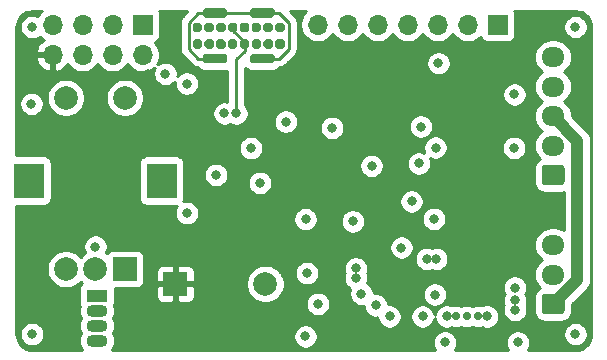
<source format=gbr>
G04 #@! TF.GenerationSoftware,KiCad,Pcbnew,5.1.10-88a1d61d58~90~ubuntu20.04.1*
G04 #@! TF.CreationDate,2021-08-05T14:32:23+02:00*
G04 #@! TF.ProjectId,arlene,61726c65-6e65-42e6-9b69-6361645f7063,v1.00*
G04 #@! TF.SameCoordinates,Original*
G04 #@! TF.FileFunction,Copper,L3,Inr*
G04 #@! TF.FilePolarity,Positive*
%FSLAX46Y46*%
G04 Gerber Fmt 4.6, Leading zero omitted, Abs format (unit mm)*
G04 Created by KiCad (PCBNEW 5.1.10-88a1d61d58~90~ubuntu20.04.1) date 2021-08-05 14:32:23*
%MOMM*%
%LPD*%
G01*
G04 APERTURE LIST*
G04 #@! TA.AperFunction,ComponentPad*
%ADD10O,1.800000X1.070000*%
G04 #@! TD*
G04 #@! TA.AperFunction,ComponentPad*
%ADD11R,1.800000X1.070000*%
G04 #@! TD*
G04 #@! TA.AperFunction,ComponentPad*
%ADD12O,1.950000X1.700000*%
G04 #@! TD*
G04 #@! TA.AperFunction,ComponentPad*
%ADD13C,2.000000*%
G04 #@! TD*
G04 #@! TA.AperFunction,ComponentPad*
%ADD14R,2.500000X3.000000*%
G04 #@! TD*
G04 #@! TA.AperFunction,ComponentPad*
%ADD15R,2.000000X2.000000*%
G04 #@! TD*
G04 #@! TA.AperFunction,ComponentPad*
%ADD16R,1.700000X1.700000*%
G04 #@! TD*
G04 #@! TA.AperFunction,ComponentPad*
%ADD17O,1.700000X1.700000*%
G04 #@! TD*
G04 #@! TA.AperFunction,ViaPad*
%ADD18C,0.800000*%
G04 #@! TD*
G04 #@! TA.AperFunction,ViaPad*
%ADD19C,0.700000*%
G04 #@! TD*
G04 #@! TA.AperFunction,Conductor*
%ADD20C,1.000000*%
G04 #@! TD*
G04 #@! TA.AperFunction,Conductor*
%ADD21C,0.250000*%
G04 #@! TD*
G04 #@! TA.AperFunction,Conductor*
%ADD22C,0.254000*%
G04 #@! TD*
G04 #@! TA.AperFunction,Conductor*
%ADD23C,0.100000*%
G04 #@! TD*
G04 APERTURE END LIST*
G04 #@! TA.AperFunction,ComponentPad*
G36*
G01*
X144580000Y-88640000D02*
X144580000Y-88240000D01*
G75*
G02*
X144780000Y-88040000I200000J0D01*
G01*
X145180000Y-88040000D01*
G75*
G02*
X145380000Y-88240000I0J-200000D01*
G01*
X145380000Y-88640000D01*
G75*
G02*
X145180000Y-88840000I-200000J0D01*
G01*
X144780000Y-88840000D01*
G75*
G02*
X144580000Y-88640000I0J200000D01*
G01*
G37*
G04 #@! TD.AperFunction*
G04 #@! TA.AperFunction,ComponentPad*
G36*
G01*
X145580000Y-88640000D02*
X145580000Y-88240000D01*
G75*
G02*
X145780000Y-88040000I200000J0D01*
G01*
X146180000Y-88040000D01*
G75*
G02*
X146380000Y-88240000I0J-200000D01*
G01*
X146380000Y-88640000D01*
G75*
G02*
X146180000Y-88840000I-200000J0D01*
G01*
X145780000Y-88840000D01*
G75*
G02*
X145580000Y-88640000I0J200000D01*
G01*
G37*
G04 #@! TD.AperFunction*
G04 #@! TA.AperFunction,ComponentPad*
G36*
G01*
X146580000Y-88640000D02*
X146580000Y-88240000D01*
G75*
G02*
X146780000Y-88040000I200000J0D01*
G01*
X147180000Y-88040000D01*
G75*
G02*
X147380000Y-88240000I0J-200000D01*
G01*
X147380000Y-88640000D01*
G75*
G02*
X147180000Y-88840000I-200000J0D01*
G01*
X146780000Y-88840000D01*
G75*
G02*
X146580000Y-88640000I0J200000D01*
G01*
G37*
G04 #@! TD.AperFunction*
G04 #@! TA.AperFunction,ComponentPad*
G36*
G01*
X147580000Y-88640000D02*
X147580000Y-88240000D01*
G75*
G02*
X147780000Y-88040000I200000J0D01*
G01*
X148180000Y-88040000D01*
G75*
G02*
X148380000Y-88240000I0J-200000D01*
G01*
X148380000Y-88640000D01*
G75*
G02*
X148180000Y-88840000I-200000J0D01*
G01*
X147780000Y-88840000D01*
G75*
G02*
X147580000Y-88640000I0J200000D01*
G01*
G37*
G04 #@! TD.AperFunction*
G04 #@! TA.AperFunction,ComponentPad*
G36*
G01*
X143580000Y-88640000D02*
X143580000Y-88240000D01*
G75*
G02*
X143780000Y-88040000I200000J0D01*
G01*
X144180000Y-88040000D01*
G75*
G02*
X144380000Y-88240000I0J-200000D01*
G01*
X144380000Y-88640000D01*
G75*
G02*
X144180000Y-88840000I-200000J0D01*
G01*
X143780000Y-88840000D01*
G75*
G02*
X143580000Y-88640000I0J200000D01*
G01*
G37*
G04 #@! TD.AperFunction*
G04 #@! TA.AperFunction,ComponentPad*
G36*
G01*
X141580000Y-88640000D02*
X141580000Y-88240000D01*
G75*
G02*
X141780000Y-88040000I200000J0D01*
G01*
X142180000Y-88040000D01*
G75*
G02*
X142380000Y-88240000I0J-200000D01*
G01*
X142380000Y-88640000D01*
G75*
G02*
X142180000Y-88840000I-200000J0D01*
G01*
X141780000Y-88840000D01*
G75*
G02*
X141580000Y-88640000I0J200000D01*
G01*
G37*
G04 #@! TD.AperFunction*
G04 #@! TA.AperFunction,ComponentPad*
G36*
G01*
X140580000Y-88640000D02*
X140580000Y-88240000D01*
G75*
G02*
X140780000Y-88040000I200000J0D01*
G01*
X141180000Y-88040000D01*
G75*
G02*
X141380000Y-88240000I0J-200000D01*
G01*
X141380000Y-88640000D01*
G75*
G02*
X141180000Y-88840000I-200000J0D01*
G01*
X140780000Y-88840000D01*
G75*
G02*
X140580000Y-88640000I0J200000D01*
G01*
G37*
G04 #@! TD.AperFunction*
G04 #@! TA.AperFunction,ComponentPad*
G36*
G01*
X140580000Y-87240000D02*
X140580000Y-86840000D01*
G75*
G02*
X140780000Y-86640000I200000J0D01*
G01*
X141180000Y-86640000D01*
G75*
G02*
X141380000Y-86840000I0J-200000D01*
G01*
X141380000Y-87240000D01*
G75*
G02*
X141180000Y-87440000I-200000J0D01*
G01*
X140780000Y-87440000D01*
G75*
G02*
X140580000Y-87240000I0J200000D01*
G01*
G37*
G04 #@! TD.AperFunction*
G04 #@! TA.AperFunction,ComponentPad*
G36*
G01*
X141580000Y-87240000D02*
X141580000Y-86840000D01*
G75*
G02*
X141780000Y-86640000I200000J0D01*
G01*
X142180000Y-86640000D01*
G75*
G02*
X142380000Y-86840000I0J-200000D01*
G01*
X142380000Y-87240000D01*
G75*
G02*
X142180000Y-87440000I-200000J0D01*
G01*
X141780000Y-87440000D01*
G75*
G02*
X141580000Y-87240000I0J200000D01*
G01*
G37*
G04 #@! TD.AperFunction*
G04 #@! TA.AperFunction,ComponentPad*
G36*
G01*
X142580000Y-87240000D02*
X142580000Y-86840000D01*
G75*
G02*
X142780000Y-86640000I200000J0D01*
G01*
X143180000Y-86640000D01*
G75*
G02*
X143380000Y-86840000I0J-200000D01*
G01*
X143380000Y-87240000D01*
G75*
G02*
X143180000Y-87440000I-200000J0D01*
G01*
X142780000Y-87440000D01*
G75*
G02*
X142580000Y-87240000I0J200000D01*
G01*
G37*
G04 #@! TD.AperFunction*
G04 #@! TA.AperFunction,ComponentPad*
G36*
G01*
X143580000Y-87240000D02*
X143580000Y-86840000D01*
G75*
G02*
X143780000Y-86640000I200000J0D01*
G01*
X144180000Y-86640000D01*
G75*
G02*
X144380000Y-86840000I0J-200000D01*
G01*
X144380000Y-87240000D01*
G75*
G02*
X144180000Y-87440000I-200000J0D01*
G01*
X143780000Y-87440000D01*
G75*
G02*
X143580000Y-87240000I0J200000D01*
G01*
G37*
G04 #@! TD.AperFunction*
G04 #@! TA.AperFunction,ComponentPad*
G36*
G01*
X144580000Y-87240000D02*
X144580000Y-86840000D01*
G75*
G02*
X144780000Y-86640000I200000J0D01*
G01*
X145180000Y-86640000D01*
G75*
G02*
X145380000Y-86840000I0J-200000D01*
G01*
X145380000Y-87240000D01*
G75*
G02*
X145180000Y-87440000I-200000J0D01*
G01*
X144780000Y-87440000D01*
G75*
G02*
X144580000Y-87240000I0J200000D01*
G01*
G37*
G04 #@! TD.AperFunction*
G04 #@! TA.AperFunction,ComponentPad*
G36*
G01*
X146580000Y-87240000D02*
X146580000Y-86840000D01*
G75*
G02*
X146780000Y-86640000I200000J0D01*
G01*
X147180000Y-86640000D01*
G75*
G02*
X147380000Y-86840000I0J-200000D01*
G01*
X147380000Y-87240000D01*
G75*
G02*
X147180000Y-87440000I-200000J0D01*
G01*
X146780000Y-87440000D01*
G75*
G02*
X146580000Y-87240000I0J200000D01*
G01*
G37*
G04 #@! TD.AperFunction*
G04 #@! TA.AperFunction,ComponentPad*
G36*
G01*
X147580000Y-87240000D02*
X147580000Y-86840000D01*
G75*
G02*
X147780000Y-86640000I200000J0D01*
G01*
X148180000Y-86640000D01*
G75*
G02*
X148380000Y-86840000I0J-200000D01*
G01*
X148380000Y-87240000D01*
G75*
G02*
X148180000Y-87440000I-200000J0D01*
G01*
X147780000Y-87440000D01*
G75*
G02*
X147580000Y-87240000I0J200000D01*
G01*
G37*
G04 #@! TD.AperFunction*
G04 #@! TA.AperFunction,ComponentPad*
G36*
G01*
X141430000Y-86010000D02*
X141430000Y-85610000D01*
G75*
G02*
X141630000Y-85410000I200000J0D01*
G01*
X143330000Y-85410000D01*
G75*
G02*
X143530000Y-85610000I0J-200000D01*
G01*
X143530000Y-86010000D01*
G75*
G02*
X143330000Y-86210000I-200000J0D01*
G01*
X141630000Y-86210000D01*
G75*
G02*
X141430000Y-86010000I0J200000D01*
G01*
G37*
G04 #@! TD.AperFunction*
G04 #@! TA.AperFunction,ComponentPad*
G36*
G01*
X145430000Y-86010000D02*
X145430000Y-85610000D01*
G75*
G02*
X145630000Y-85410000I200000J0D01*
G01*
X147330000Y-85410000D01*
G75*
G02*
X147530000Y-85610000I0J-200000D01*
G01*
X147530000Y-86010000D01*
G75*
G02*
X147330000Y-86210000I-200000J0D01*
G01*
X145630000Y-86210000D01*
G75*
G02*
X145430000Y-86010000I0J200000D01*
G01*
G37*
G04 #@! TD.AperFunction*
G04 #@! TA.AperFunction,ComponentPad*
G36*
G01*
X145430000Y-89870000D02*
X145430000Y-89470000D01*
G75*
G02*
X145630000Y-89270000I200000J0D01*
G01*
X147330000Y-89270000D01*
G75*
G02*
X147530000Y-89470000I0J-200000D01*
G01*
X147530000Y-89870000D01*
G75*
G02*
X147330000Y-90070000I-200000J0D01*
G01*
X145630000Y-90070000D01*
G75*
G02*
X145430000Y-89870000I0J200000D01*
G01*
G37*
G04 #@! TD.AperFunction*
G04 #@! TA.AperFunction,ComponentPad*
G36*
G01*
X141430000Y-89870000D02*
X141430000Y-89470000D01*
G75*
G02*
X141630000Y-89270000I200000J0D01*
G01*
X143330000Y-89270000D01*
G75*
G02*
X143530000Y-89470000I0J-200000D01*
G01*
X143530000Y-89870000D01*
G75*
G02*
X143330000Y-90070000I-200000J0D01*
G01*
X141630000Y-90070000D01*
G75*
G02*
X141430000Y-89870000I0J200000D01*
G01*
G37*
G04 #@! TD.AperFunction*
G04 #@! TA.AperFunction,ComponentPad*
G36*
G01*
X145580000Y-87240000D02*
X145580000Y-86840000D01*
G75*
G02*
X145780000Y-86640000I200000J0D01*
G01*
X146180000Y-86640000D01*
G75*
G02*
X146380000Y-86840000I0J-200000D01*
G01*
X146380000Y-87240000D01*
G75*
G02*
X146180000Y-87440000I-200000J0D01*
G01*
X145780000Y-87440000D01*
G75*
G02*
X145580000Y-87240000I0J200000D01*
G01*
G37*
G04 #@! TD.AperFunction*
G04 #@! TA.AperFunction,ComponentPad*
G36*
G01*
X142580000Y-88640000D02*
X142580000Y-88240000D01*
G75*
G02*
X142780000Y-88040000I200000J0D01*
G01*
X143180000Y-88040000D01*
G75*
G02*
X143380000Y-88240000I0J-200000D01*
G01*
X143380000Y-88640000D01*
G75*
G02*
X143180000Y-88840000I-200000J0D01*
G01*
X142780000Y-88840000D01*
G75*
G02*
X142580000Y-88640000I0J200000D01*
G01*
G37*
G04 #@! TD.AperFunction*
D10*
X132480000Y-113560000D03*
X132480000Y-112290000D03*
X132480000Y-111020000D03*
D11*
X132480000Y-109750000D03*
G04 #@! TA.AperFunction,ComponentPad*
G36*
G01*
X171825000Y-111310000D02*
X170375000Y-111310000D01*
G75*
G02*
X170125000Y-111060000I0J250000D01*
G01*
X170125000Y-109860000D01*
G75*
G02*
X170375000Y-109610000I250000J0D01*
G01*
X171825000Y-109610000D01*
G75*
G02*
X172075000Y-109860000I0J-250000D01*
G01*
X172075000Y-111060000D01*
G75*
G02*
X171825000Y-111310000I-250000J0D01*
G01*
G37*
G04 #@! TD.AperFunction*
D12*
X171100000Y-107960000D03*
X171100000Y-105460000D03*
G04 #@! TA.AperFunction,ComponentPad*
G36*
G01*
X171825000Y-100390000D02*
X170375000Y-100390000D01*
G75*
G02*
X170125000Y-100140000I0J250000D01*
G01*
X170125000Y-98940000D01*
G75*
G02*
X170375000Y-98690000I250000J0D01*
G01*
X171825000Y-98690000D01*
G75*
G02*
X172075000Y-98940000I0J-250000D01*
G01*
X172075000Y-100140000D01*
G75*
G02*
X171825000Y-100390000I-250000J0D01*
G01*
G37*
G04 #@! TD.AperFunction*
X171100000Y-97040000D03*
X171100000Y-94540000D03*
X171100000Y-92040000D03*
X171100000Y-89540000D03*
D13*
X129850000Y-93000000D03*
X134850000Y-93000000D03*
D14*
X126750000Y-100000000D03*
X137950000Y-100000000D03*
D13*
X129850000Y-107500000D03*
X132350000Y-107500000D03*
D15*
X134850000Y-107500000D03*
X139130000Y-108750000D03*
D13*
X146730000Y-108750000D03*
D16*
X166420000Y-86800000D03*
D17*
X163880000Y-86800000D03*
X161340000Y-86800000D03*
X158790000Y-86800000D03*
X156260000Y-86800000D03*
X153720000Y-86800000D03*
X151180000Y-86800000D03*
D16*
X136350000Y-86820000D03*
D17*
X136350000Y-89360000D03*
X133810000Y-86820000D03*
X133810000Y-89360000D03*
X131270000Y-86820000D03*
X131270000Y-89360000D03*
X128730000Y-86820000D03*
X128730000Y-89360000D03*
D18*
X158255000Y-105670000D03*
X154400000Y-107430000D03*
X154400000Y-108230000D03*
X160410000Y-106640000D03*
X167900000Y-110150000D03*
X167900000Y-110950000D03*
D19*
X163810000Y-111500000D03*
X162860000Y-111500000D03*
X164760000Y-111500000D03*
D18*
X156100000Y-110562500D03*
X150140000Y-113190000D03*
X151190000Y-110450000D03*
X161210000Y-106640000D03*
X161160000Y-97210000D03*
X159900000Y-95435000D03*
X167820000Y-92705000D03*
X161400000Y-90070000D03*
X155740000Y-98760000D03*
X140095000Y-102750000D03*
X126930000Y-93505000D03*
X140095000Y-91800000D03*
X152400000Y-95545000D03*
X142580000Y-99520000D03*
X154150000Y-103450000D03*
X154880000Y-109599998D03*
X146280000Y-100200000D03*
X150150000Y-103270000D03*
X143280000Y-94320000D03*
X148470000Y-95020000D03*
X145520000Y-97250000D03*
X132350000Y-105600000D03*
X138270000Y-90960000D03*
X173000000Y-87000000D03*
X173000000Y-113000000D03*
X127000000Y-113000000D03*
X127000000Y-87000000D03*
X167810000Y-97240000D03*
X161950000Y-113700000D03*
X160060000Y-111500000D03*
X161090000Y-109660000D03*
X157260000Y-111500000D03*
X168120000Y-113700000D03*
X165510000Y-111500000D03*
X162110000Y-111500000D03*
X167870000Y-109060010D03*
X150257660Y-107847660D03*
X132350000Y-104110000D03*
X136770000Y-90960000D03*
X153090000Y-110450000D03*
X146770000Y-103270000D03*
X141645000Y-102750000D03*
X161880000Y-91625000D03*
X154090000Y-113470000D03*
X152400000Y-93995000D03*
X141645000Y-91800000D03*
X161005000Y-103240000D03*
X159735000Y-98550000D03*
X159120000Y-101760000D03*
X144280000Y-94320000D03*
D20*
X173170000Y-108390000D02*
X171100000Y-110460000D01*
X173170000Y-96610000D02*
X173170000Y-108390000D01*
X171100000Y-94540000D02*
X173170000Y-96610000D01*
D21*
X146480000Y-85810000D02*
X142480000Y-85810000D01*
X147892478Y-89670000D02*
X146480000Y-89670000D01*
X148705010Y-88857468D02*
X147892478Y-89670000D01*
X148705010Y-86622532D02*
X148705010Y-88857468D01*
X147892478Y-85810000D02*
X148705010Y-86622532D01*
X146480000Y-85810000D02*
X147892478Y-85810000D01*
X141067522Y-89670000D02*
X142480000Y-89670000D01*
X140254990Y-88857468D02*
X141067522Y-89670000D01*
X140254990Y-86622532D02*
X140254990Y-88857468D01*
X141067522Y-85810000D02*
X140254990Y-86622532D01*
X142480000Y-85810000D02*
X141067522Y-85810000D01*
X144980000Y-88297522D02*
X144980000Y-88440000D01*
X143980000Y-87297522D02*
X144980000Y-88297522D01*
X143980000Y-87040000D02*
X143980000Y-87297522D01*
X144280000Y-89750000D02*
X144280000Y-94320000D01*
X144980000Y-89050000D02*
X144280000Y-89750000D01*
X144980000Y-88440000D02*
X144980000Y-89050000D01*
D22*
X127783368Y-85666525D02*
X127576525Y-85873368D01*
X127448224Y-86065385D01*
X127301898Y-86004774D01*
X127101939Y-85965000D01*
X126898061Y-85965000D01*
X126698102Y-86004774D01*
X126509744Y-86082795D01*
X126340226Y-86196063D01*
X126196063Y-86340226D01*
X126082795Y-86509744D01*
X126004774Y-86698102D01*
X125965000Y-86898061D01*
X125965000Y-87101939D01*
X126004774Y-87301898D01*
X126082795Y-87490256D01*
X126196063Y-87659774D01*
X126340226Y-87803937D01*
X126509744Y-87917205D01*
X126698102Y-87995226D01*
X126898061Y-88035000D01*
X127101939Y-88035000D01*
X127301898Y-87995226D01*
X127490256Y-87917205D01*
X127632233Y-87822340D01*
X127783368Y-87973475D01*
X127959406Y-88091100D01*
X127729731Y-88262412D01*
X127534822Y-88478645D01*
X127385843Y-88728748D01*
X127288519Y-89003109D01*
X127409186Y-89233000D01*
X128603000Y-89233000D01*
X128603000Y-89213000D01*
X128857000Y-89213000D01*
X128857000Y-89233000D01*
X128877000Y-89233000D01*
X128877000Y-89487000D01*
X128857000Y-89487000D01*
X128857000Y-90680155D01*
X129086890Y-90801476D01*
X129234099Y-90756825D01*
X129496920Y-90631641D01*
X129730269Y-90457588D01*
X129925178Y-90241355D01*
X129994805Y-90124466D01*
X130116525Y-90306632D01*
X130323368Y-90513475D01*
X130566589Y-90675990D01*
X130836842Y-90787932D01*
X131123740Y-90845000D01*
X131416260Y-90845000D01*
X131703158Y-90787932D01*
X131973411Y-90675990D01*
X132216632Y-90513475D01*
X132423475Y-90306632D01*
X132540000Y-90132240D01*
X132656525Y-90306632D01*
X132863368Y-90513475D01*
X133106589Y-90675990D01*
X133376842Y-90787932D01*
X133663740Y-90845000D01*
X133956260Y-90845000D01*
X134243158Y-90787932D01*
X134513411Y-90675990D01*
X134756632Y-90513475D01*
X134963475Y-90306632D01*
X135080000Y-90132240D01*
X135196525Y-90306632D01*
X135403368Y-90513475D01*
X135646589Y-90675990D01*
X135916842Y-90787932D01*
X136203740Y-90845000D01*
X136496260Y-90845000D01*
X136783158Y-90787932D01*
X137053411Y-90675990D01*
X137296632Y-90513475D01*
X137377829Y-90432278D01*
X137352795Y-90469744D01*
X137274774Y-90658102D01*
X137235000Y-90858061D01*
X137235000Y-91061939D01*
X137274774Y-91261898D01*
X137352795Y-91450256D01*
X137466063Y-91619774D01*
X137610226Y-91763937D01*
X137779744Y-91877205D01*
X137968102Y-91955226D01*
X138168061Y-91995000D01*
X138371939Y-91995000D01*
X138571898Y-91955226D01*
X138760256Y-91877205D01*
X138929774Y-91763937D01*
X139073937Y-91619774D01*
X139076265Y-91616290D01*
X139060000Y-91698061D01*
X139060000Y-91901939D01*
X139099774Y-92101898D01*
X139177795Y-92290256D01*
X139291063Y-92459774D01*
X139435226Y-92603937D01*
X139604744Y-92717205D01*
X139793102Y-92795226D01*
X139993061Y-92835000D01*
X140196939Y-92835000D01*
X140396898Y-92795226D01*
X140585256Y-92717205D01*
X140754774Y-92603937D01*
X140898937Y-92459774D01*
X141012205Y-92290256D01*
X141090226Y-92101898D01*
X141130000Y-91901939D01*
X141130000Y-91698061D01*
X141090226Y-91498102D01*
X141012205Y-91309744D01*
X140898937Y-91140226D01*
X140754774Y-90996063D01*
X140585256Y-90882795D01*
X140396898Y-90804774D01*
X140196939Y-90765000D01*
X139993061Y-90765000D01*
X139793102Y-90804774D01*
X139604744Y-90882795D01*
X139435226Y-90996063D01*
X139291063Y-91140226D01*
X139288735Y-91143710D01*
X139305000Y-91061939D01*
X139305000Y-90858061D01*
X139265226Y-90658102D01*
X139187205Y-90469744D01*
X139073937Y-90300226D01*
X138929774Y-90156063D01*
X138760256Y-90042795D01*
X138571898Y-89964774D01*
X138371939Y-89925000D01*
X138168061Y-89925000D01*
X137968102Y-89964774D01*
X137779744Y-90042795D01*
X137610226Y-90156063D01*
X137591710Y-90174579D01*
X137665990Y-90063411D01*
X137777932Y-89793158D01*
X137835000Y-89506260D01*
X137835000Y-89213740D01*
X137777932Y-88926842D01*
X137665990Y-88656589D01*
X137503475Y-88413368D01*
X137371620Y-88281513D01*
X137444180Y-88259502D01*
X137554494Y-88200537D01*
X137651185Y-88121185D01*
X137730537Y-88024494D01*
X137789502Y-87914180D01*
X137825812Y-87794482D01*
X137838072Y-87670000D01*
X137838072Y-85970000D01*
X137825812Y-85845518D01*
X137789502Y-85725820D01*
X137754320Y-85660000D01*
X140142720Y-85660000D01*
X139743992Y-86058729D01*
X139714989Y-86082531D01*
X139687039Y-86116589D01*
X139620016Y-86198256D01*
X139560096Y-86310357D01*
X139549444Y-86330286D01*
X139505987Y-86473547D01*
X139494990Y-86585200D01*
X139494990Y-86585210D01*
X139491314Y-86622532D01*
X139494990Y-86659855D01*
X139494991Y-88820136D01*
X139491314Y-88857468D01*
X139505988Y-89006453D01*
X139549444Y-89149714D01*
X139620016Y-89281744D01*
X139691191Y-89368470D01*
X139714990Y-89397469D01*
X139743988Y-89421267D01*
X140503723Y-90181002D01*
X140527521Y-90210001D01*
X140643246Y-90304974D01*
X140775275Y-90375546D01*
X140918536Y-90419003D01*
X141008915Y-90427905D01*
X141037394Y-90462606D01*
X141164392Y-90566831D01*
X141309284Y-90644278D01*
X141466500Y-90691969D01*
X141630000Y-90708072D01*
X143330000Y-90708072D01*
X143493500Y-90691969D01*
X143520000Y-90683930D01*
X143520001Y-93312462D01*
X143381939Y-93285000D01*
X143178061Y-93285000D01*
X142978102Y-93324774D01*
X142789744Y-93402795D01*
X142620226Y-93516063D01*
X142476063Y-93660226D01*
X142362795Y-93829744D01*
X142284774Y-94018102D01*
X142245000Y-94218061D01*
X142245000Y-94421939D01*
X142284774Y-94621898D01*
X142362795Y-94810256D01*
X142476063Y-94979774D01*
X142620226Y-95123937D01*
X142789744Y-95237205D01*
X142978102Y-95315226D01*
X143178061Y-95355000D01*
X143381939Y-95355000D01*
X143581898Y-95315226D01*
X143770256Y-95237205D01*
X143780000Y-95230694D01*
X143789744Y-95237205D01*
X143978102Y-95315226D01*
X144178061Y-95355000D01*
X144381939Y-95355000D01*
X144581898Y-95315226D01*
X144770256Y-95237205D01*
X144939774Y-95123937D01*
X145083937Y-94979774D01*
X145125172Y-94918061D01*
X147435000Y-94918061D01*
X147435000Y-95121939D01*
X147474774Y-95321898D01*
X147552795Y-95510256D01*
X147666063Y-95679774D01*
X147810226Y-95823937D01*
X147979744Y-95937205D01*
X148168102Y-96015226D01*
X148368061Y-96055000D01*
X148571939Y-96055000D01*
X148771898Y-96015226D01*
X148960256Y-95937205D01*
X149129774Y-95823937D01*
X149273937Y-95679774D01*
X149387205Y-95510256D01*
X149415038Y-95443061D01*
X151365000Y-95443061D01*
X151365000Y-95646939D01*
X151404774Y-95846898D01*
X151482795Y-96035256D01*
X151596063Y-96204774D01*
X151740226Y-96348937D01*
X151909744Y-96462205D01*
X152098102Y-96540226D01*
X152298061Y-96580000D01*
X152501939Y-96580000D01*
X152701898Y-96540226D01*
X152890256Y-96462205D01*
X153059774Y-96348937D01*
X153203937Y-96204774D01*
X153317205Y-96035256D01*
X153395226Y-95846898D01*
X153435000Y-95646939D01*
X153435000Y-95443061D01*
X153413120Y-95333061D01*
X158865000Y-95333061D01*
X158865000Y-95536939D01*
X158904774Y-95736898D01*
X158982795Y-95925256D01*
X159096063Y-96094774D01*
X159240226Y-96238937D01*
X159409744Y-96352205D01*
X159598102Y-96430226D01*
X159798061Y-96470000D01*
X160001939Y-96470000D01*
X160201898Y-96430226D01*
X160390256Y-96352205D01*
X160559774Y-96238937D01*
X160703937Y-96094774D01*
X160817205Y-95925256D01*
X160895226Y-95736898D01*
X160935000Y-95536939D01*
X160935000Y-95333061D01*
X160895226Y-95133102D01*
X160817205Y-94944744D01*
X160703937Y-94775226D01*
X160559774Y-94631063D01*
X160390256Y-94517795D01*
X160201898Y-94439774D01*
X160001939Y-94400000D01*
X159798061Y-94400000D01*
X159598102Y-94439774D01*
X159409744Y-94517795D01*
X159240226Y-94631063D01*
X159096063Y-94775226D01*
X158982795Y-94944744D01*
X158904774Y-95133102D01*
X158865000Y-95333061D01*
X153413120Y-95333061D01*
X153395226Y-95243102D01*
X153317205Y-95054744D01*
X153203937Y-94885226D01*
X153059774Y-94741063D01*
X152890256Y-94627795D01*
X152701898Y-94549774D01*
X152501939Y-94510000D01*
X152298061Y-94510000D01*
X152098102Y-94549774D01*
X151909744Y-94627795D01*
X151740226Y-94741063D01*
X151596063Y-94885226D01*
X151482795Y-95054744D01*
X151404774Y-95243102D01*
X151365000Y-95443061D01*
X149415038Y-95443061D01*
X149465226Y-95321898D01*
X149505000Y-95121939D01*
X149505000Y-94918061D01*
X149465226Y-94718102D01*
X149387205Y-94529744D01*
X149273937Y-94360226D01*
X149129774Y-94216063D01*
X148960256Y-94102795D01*
X148771898Y-94024774D01*
X148571939Y-93985000D01*
X148368061Y-93985000D01*
X148168102Y-94024774D01*
X147979744Y-94102795D01*
X147810226Y-94216063D01*
X147666063Y-94360226D01*
X147552795Y-94529744D01*
X147474774Y-94718102D01*
X147435000Y-94918061D01*
X145125172Y-94918061D01*
X145197205Y-94810256D01*
X145275226Y-94621898D01*
X145315000Y-94421939D01*
X145315000Y-94218061D01*
X145275226Y-94018102D01*
X145197205Y-93829744D01*
X145083937Y-93660226D01*
X145040000Y-93616289D01*
X145040000Y-92603061D01*
X166785000Y-92603061D01*
X166785000Y-92806939D01*
X166824774Y-93006898D01*
X166902795Y-93195256D01*
X167016063Y-93364774D01*
X167160226Y-93508937D01*
X167329744Y-93622205D01*
X167518102Y-93700226D01*
X167718061Y-93740000D01*
X167921939Y-93740000D01*
X168121898Y-93700226D01*
X168310256Y-93622205D01*
X168479774Y-93508937D01*
X168623937Y-93364774D01*
X168737205Y-93195256D01*
X168815226Y-93006898D01*
X168855000Y-92806939D01*
X168855000Y-92603061D01*
X168815226Y-92403102D01*
X168737205Y-92214744D01*
X168623937Y-92045226D01*
X168479774Y-91901063D01*
X168310256Y-91787795D01*
X168121898Y-91709774D01*
X167921939Y-91670000D01*
X167718061Y-91670000D01*
X167518102Y-91709774D01*
X167329744Y-91787795D01*
X167160226Y-91901063D01*
X167016063Y-92045226D01*
X166902795Y-92214744D01*
X166824774Y-92403102D01*
X166785000Y-92603061D01*
X145040000Y-92603061D01*
X145040000Y-90464745D01*
X145164392Y-90566831D01*
X145309284Y-90644278D01*
X145466500Y-90691969D01*
X145630000Y-90708072D01*
X147330000Y-90708072D01*
X147493500Y-90691969D01*
X147650716Y-90644278D01*
X147795608Y-90566831D01*
X147922606Y-90462606D01*
X147951085Y-90427905D01*
X148041464Y-90419003D01*
X148184725Y-90375546D01*
X148316754Y-90304974D01*
X148432479Y-90210001D01*
X148456281Y-90180998D01*
X148669218Y-89968061D01*
X160365000Y-89968061D01*
X160365000Y-90171939D01*
X160404774Y-90371898D01*
X160482795Y-90560256D01*
X160596063Y-90729774D01*
X160740226Y-90873937D01*
X160909744Y-90987205D01*
X161098102Y-91065226D01*
X161298061Y-91105000D01*
X161501939Y-91105000D01*
X161701898Y-91065226D01*
X161890256Y-90987205D01*
X162059774Y-90873937D01*
X162203937Y-90729774D01*
X162317205Y-90560256D01*
X162395226Y-90371898D01*
X162435000Y-90171939D01*
X162435000Y-89968061D01*
X162395226Y-89768102D01*
X162317205Y-89579744D01*
X162290649Y-89540000D01*
X169482815Y-89540000D01*
X169511487Y-89831111D01*
X169596401Y-90111034D01*
X169734294Y-90369014D01*
X169919866Y-90595134D01*
X170145986Y-90780706D01*
X170163374Y-90790000D01*
X170145986Y-90799294D01*
X169919866Y-90984866D01*
X169734294Y-91210986D01*
X169596401Y-91468966D01*
X169511487Y-91748889D01*
X169482815Y-92040000D01*
X169511487Y-92331111D01*
X169596401Y-92611034D01*
X169734294Y-92869014D01*
X169919866Y-93095134D01*
X170145986Y-93280706D01*
X170163374Y-93290000D01*
X170145986Y-93299294D01*
X169919866Y-93484866D01*
X169734294Y-93710986D01*
X169596401Y-93968966D01*
X169511487Y-94248889D01*
X169482815Y-94540000D01*
X169511487Y-94831111D01*
X169596401Y-95111034D01*
X169734294Y-95369014D01*
X169919866Y-95595134D01*
X170145986Y-95780706D01*
X170163374Y-95790000D01*
X170145986Y-95799294D01*
X169919866Y-95984866D01*
X169734294Y-96210986D01*
X169596401Y-96468966D01*
X169511487Y-96748889D01*
X169482815Y-97040000D01*
X169511487Y-97331111D01*
X169596401Y-97611034D01*
X169734294Y-97869014D01*
X169919866Y-98095134D01*
X169983337Y-98147223D01*
X169881614Y-98201595D01*
X169747038Y-98312038D01*
X169636595Y-98446614D01*
X169554528Y-98600150D01*
X169503992Y-98766746D01*
X169486928Y-98940000D01*
X169486928Y-100140000D01*
X169503992Y-100313254D01*
X169554528Y-100479850D01*
X169636595Y-100633386D01*
X169747038Y-100767962D01*
X169881614Y-100878405D01*
X170035150Y-100960472D01*
X170201746Y-101011008D01*
X170375000Y-101028072D01*
X171825000Y-101028072D01*
X171998254Y-101011008D01*
X172035000Y-100999861D01*
X172035001Y-104209131D01*
X171796034Y-104081401D01*
X171516111Y-103996487D01*
X171297950Y-103975000D01*
X170902050Y-103975000D01*
X170683889Y-103996487D01*
X170403966Y-104081401D01*
X170145986Y-104219294D01*
X169919866Y-104404866D01*
X169734294Y-104630986D01*
X169596401Y-104888966D01*
X169511487Y-105168889D01*
X169482815Y-105460000D01*
X169511487Y-105751111D01*
X169596401Y-106031034D01*
X169734294Y-106289014D01*
X169919866Y-106515134D01*
X170145986Y-106700706D01*
X170163374Y-106710000D01*
X170145986Y-106719294D01*
X169919866Y-106904866D01*
X169734294Y-107130986D01*
X169596401Y-107388966D01*
X169511487Y-107668889D01*
X169482815Y-107960000D01*
X169511487Y-108251111D01*
X169596401Y-108531034D01*
X169734294Y-108789014D01*
X169919866Y-109015134D01*
X169983337Y-109067223D01*
X169881614Y-109121595D01*
X169747038Y-109232038D01*
X169636595Y-109366614D01*
X169554528Y-109520150D01*
X169503992Y-109686746D01*
X169486928Y-109860000D01*
X169486928Y-111060000D01*
X169503992Y-111233254D01*
X169554528Y-111399850D01*
X169636595Y-111553386D01*
X169747038Y-111687962D01*
X169881614Y-111798405D01*
X170035150Y-111880472D01*
X170201746Y-111931008D01*
X170375000Y-111948072D01*
X171825000Y-111948072D01*
X171998254Y-111931008D01*
X172164850Y-111880472D01*
X172318386Y-111798405D01*
X172452962Y-111687962D01*
X172563405Y-111553386D01*
X172645472Y-111399850D01*
X172696008Y-111233254D01*
X172713072Y-111060000D01*
X172713072Y-110452059D01*
X173933141Y-109231991D01*
X173976449Y-109196449D01*
X174118284Y-109023623D01*
X174223676Y-108826447D01*
X174288577Y-108612499D01*
X174305000Y-108445752D01*
X174310491Y-108390001D01*
X174305000Y-108334249D01*
X174305000Y-96665751D01*
X174310491Y-96609999D01*
X174288577Y-96387501D01*
X174223676Y-96173553D01*
X174181568Y-96094774D01*
X174118284Y-95976377D01*
X173976449Y-95803551D01*
X173933141Y-95768009D01*
X172716104Y-94550973D01*
X172717185Y-94540000D01*
X172688513Y-94248889D01*
X172603599Y-93968966D01*
X172465706Y-93710986D01*
X172280134Y-93484866D01*
X172054014Y-93299294D01*
X172036626Y-93290000D01*
X172054014Y-93280706D01*
X172280134Y-93095134D01*
X172465706Y-92869014D01*
X172603599Y-92611034D01*
X172688513Y-92331111D01*
X172717185Y-92040000D01*
X172688513Y-91748889D01*
X172603599Y-91468966D01*
X172465706Y-91210986D01*
X172280134Y-90984866D01*
X172054014Y-90799294D01*
X172036626Y-90790000D01*
X172054014Y-90780706D01*
X172280134Y-90595134D01*
X172465706Y-90369014D01*
X172603599Y-90111034D01*
X172688513Y-89831111D01*
X172717185Y-89540000D01*
X172688513Y-89248889D01*
X172603599Y-88968966D01*
X172465706Y-88710986D01*
X172280134Y-88484866D01*
X172054014Y-88299294D01*
X171796034Y-88161401D01*
X171516111Y-88076487D01*
X171297950Y-88055000D01*
X170902050Y-88055000D01*
X170683889Y-88076487D01*
X170403966Y-88161401D01*
X170145986Y-88299294D01*
X169919866Y-88484866D01*
X169734294Y-88710986D01*
X169596401Y-88968966D01*
X169511487Y-89248889D01*
X169482815Y-89540000D01*
X162290649Y-89540000D01*
X162203937Y-89410226D01*
X162059774Y-89266063D01*
X161890256Y-89152795D01*
X161701898Y-89074774D01*
X161501939Y-89035000D01*
X161298061Y-89035000D01*
X161098102Y-89074774D01*
X160909744Y-89152795D01*
X160740226Y-89266063D01*
X160596063Y-89410226D01*
X160482795Y-89579744D01*
X160404774Y-89768102D01*
X160365000Y-89968061D01*
X148669218Y-89968061D01*
X149216012Y-89421267D01*
X149245011Y-89397469D01*
X149339984Y-89281744D01*
X149410556Y-89149715D01*
X149454013Y-89006454D01*
X149465010Y-88894801D01*
X149465010Y-88894793D01*
X149468686Y-88857468D01*
X149465010Y-88820143D01*
X149465010Y-86659857D01*
X149468686Y-86622532D01*
X149465010Y-86585207D01*
X149465010Y-86585199D01*
X149454013Y-86473546D01*
X149410556Y-86330285D01*
X149339984Y-86198256D01*
X149245011Y-86082531D01*
X149216014Y-86058734D01*
X148817279Y-85660000D01*
X150219893Y-85660000D01*
X150026525Y-85853368D01*
X149864010Y-86096589D01*
X149752068Y-86366842D01*
X149695000Y-86653740D01*
X149695000Y-86946260D01*
X149752068Y-87233158D01*
X149864010Y-87503411D01*
X150026525Y-87746632D01*
X150233368Y-87953475D01*
X150476589Y-88115990D01*
X150746842Y-88227932D01*
X151033740Y-88285000D01*
X151326260Y-88285000D01*
X151613158Y-88227932D01*
X151883411Y-88115990D01*
X152126632Y-87953475D01*
X152333475Y-87746632D01*
X152450000Y-87572240D01*
X152566525Y-87746632D01*
X152773368Y-87953475D01*
X153016589Y-88115990D01*
X153286842Y-88227932D01*
X153573740Y-88285000D01*
X153866260Y-88285000D01*
X154153158Y-88227932D01*
X154423411Y-88115990D01*
X154666632Y-87953475D01*
X154873475Y-87746632D01*
X154990000Y-87572240D01*
X155106525Y-87746632D01*
X155313368Y-87953475D01*
X155556589Y-88115990D01*
X155826842Y-88227932D01*
X156113740Y-88285000D01*
X156406260Y-88285000D01*
X156693158Y-88227932D01*
X156963411Y-88115990D01*
X157206632Y-87953475D01*
X157413475Y-87746632D01*
X157525000Y-87579723D01*
X157636525Y-87746632D01*
X157843368Y-87953475D01*
X158086589Y-88115990D01*
X158356842Y-88227932D01*
X158643740Y-88285000D01*
X158936260Y-88285000D01*
X159223158Y-88227932D01*
X159493411Y-88115990D01*
X159736632Y-87953475D01*
X159943475Y-87746632D01*
X160065000Y-87564757D01*
X160186525Y-87746632D01*
X160393368Y-87953475D01*
X160636589Y-88115990D01*
X160906842Y-88227932D01*
X161193740Y-88285000D01*
X161486260Y-88285000D01*
X161773158Y-88227932D01*
X162043411Y-88115990D01*
X162286632Y-87953475D01*
X162493475Y-87746632D01*
X162610000Y-87572240D01*
X162726525Y-87746632D01*
X162933368Y-87953475D01*
X163176589Y-88115990D01*
X163446842Y-88227932D01*
X163733740Y-88285000D01*
X164026260Y-88285000D01*
X164313158Y-88227932D01*
X164583411Y-88115990D01*
X164826632Y-87953475D01*
X164958487Y-87821620D01*
X164980498Y-87894180D01*
X165039463Y-88004494D01*
X165118815Y-88101185D01*
X165215506Y-88180537D01*
X165325820Y-88239502D01*
X165445518Y-88275812D01*
X165570000Y-88288072D01*
X167270000Y-88288072D01*
X167394482Y-88275812D01*
X167514180Y-88239502D01*
X167624494Y-88180537D01*
X167721185Y-88101185D01*
X167800537Y-88004494D01*
X167859502Y-87894180D01*
X167895812Y-87774482D01*
X167908072Y-87650000D01*
X167908072Y-86898061D01*
X171965000Y-86898061D01*
X171965000Y-87101939D01*
X172004774Y-87301898D01*
X172082795Y-87490256D01*
X172196063Y-87659774D01*
X172340226Y-87803937D01*
X172509744Y-87917205D01*
X172698102Y-87995226D01*
X172898061Y-88035000D01*
X173101939Y-88035000D01*
X173301898Y-87995226D01*
X173490256Y-87917205D01*
X173659774Y-87803937D01*
X173803937Y-87659774D01*
X173917205Y-87490256D01*
X173995226Y-87301898D01*
X174035000Y-87101939D01*
X174035000Y-86898061D01*
X173995226Y-86698102D01*
X173917205Y-86509744D01*
X173803937Y-86340226D01*
X173659774Y-86196063D01*
X173490256Y-86082795D01*
X173301898Y-86004774D01*
X173101939Y-85965000D01*
X172898061Y-85965000D01*
X172698102Y-86004774D01*
X172509744Y-86082795D01*
X172340226Y-86196063D01*
X172196063Y-86340226D01*
X172082795Y-86509744D01*
X172004774Y-86698102D01*
X171965000Y-86898061D01*
X167908072Y-86898061D01*
X167908072Y-85950000D01*
X167895812Y-85825518D01*
X167859502Y-85705820D01*
X167835010Y-85660000D01*
X172967721Y-85660000D01*
X173259659Y-85688625D01*
X173509429Y-85764035D01*
X173739792Y-85886522D01*
X173941980Y-86051422D01*
X174108286Y-86252450D01*
X174232378Y-86481954D01*
X174309531Y-86731195D01*
X174340000Y-87021089D01*
X174340001Y-112967711D01*
X174311375Y-113259660D01*
X174235965Y-113509429D01*
X174113477Y-113739794D01*
X173948579Y-113941979D01*
X173747546Y-114108288D01*
X173518046Y-114232378D01*
X173268805Y-114309531D01*
X172978911Y-114340000D01*
X168937150Y-114340000D01*
X169037205Y-114190256D01*
X169115226Y-114001898D01*
X169155000Y-113801939D01*
X169155000Y-113598061D01*
X169115226Y-113398102D01*
X169037205Y-113209744D01*
X168923937Y-113040226D01*
X168781772Y-112898061D01*
X171965000Y-112898061D01*
X171965000Y-113101939D01*
X172004774Y-113301898D01*
X172082795Y-113490256D01*
X172196063Y-113659774D01*
X172340226Y-113803937D01*
X172509744Y-113917205D01*
X172698102Y-113995226D01*
X172898061Y-114035000D01*
X173101939Y-114035000D01*
X173301898Y-113995226D01*
X173490256Y-113917205D01*
X173659774Y-113803937D01*
X173803937Y-113659774D01*
X173917205Y-113490256D01*
X173995226Y-113301898D01*
X174035000Y-113101939D01*
X174035000Y-112898061D01*
X173995226Y-112698102D01*
X173917205Y-112509744D01*
X173803937Y-112340226D01*
X173659774Y-112196063D01*
X173490256Y-112082795D01*
X173301898Y-112004774D01*
X173101939Y-111965000D01*
X172898061Y-111965000D01*
X172698102Y-112004774D01*
X172509744Y-112082795D01*
X172340226Y-112196063D01*
X172196063Y-112340226D01*
X172082795Y-112509744D01*
X172004774Y-112698102D01*
X171965000Y-112898061D01*
X168781772Y-112898061D01*
X168779774Y-112896063D01*
X168610256Y-112782795D01*
X168421898Y-112704774D01*
X168221939Y-112665000D01*
X168018061Y-112665000D01*
X167818102Y-112704774D01*
X167629744Y-112782795D01*
X167460226Y-112896063D01*
X167316063Y-113040226D01*
X167202795Y-113209744D01*
X167124774Y-113398102D01*
X167085000Y-113598061D01*
X167085000Y-113801939D01*
X167124774Y-114001898D01*
X167202795Y-114190256D01*
X167302850Y-114340000D01*
X162767150Y-114340000D01*
X162867205Y-114190256D01*
X162945226Y-114001898D01*
X162985000Y-113801939D01*
X162985000Y-113598061D01*
X162945226Y-113398102D01*
X162867205Y-113209744D01*
X162753937Y-113040226D01*
X162609774Y-112896063D01*
X162440256Y-112782795D01*
X162251898Y-112704774D01*
X162051939Y-112665000D01*
X161848061Y-112665000D01*
X161648102Y-112704774D01*
X161459744Y-112782795D01*
X161290226Y-112896063D01*
X161146063Y-113040226D01*
X161032795Y-113209744D01*
X160954774Y-113398102D01*
X160915000Y-113598061D01*
X160915000Y-113801939D01*
X160954774Y-114001898D01*
X161032795Y-114190256D01*
X161132850Y-114340000D01*
X133718433Y-114340000D01*
X133822526Y-114213162D01*
X133931169Y-114009906D01*
X133998071Y-113789360D01*
X134020661Y-113560000D01*
X133998071Y-113330640D01*
X133931169Y-113110094D01*
X133919393Y-113088061D01*
X149105000Y-113088061D01*
X149105000Y-113291939D01*
X149144774Y-113491898D01*
X149222795Y-113680256D01*
X149336063Y-113849774D01*
X149480226Y-113993937D01*
X149649744Y-114107205D01*
X149838102Y-114185226D01*
X150038061Y-114225000D01*
X150241939Y-114225000D01*
X150441898Y-114185226D01*
X150630256Y-114107205D01*
X150799774Y-113993937D01*
X150943937Y-113849774D01*
X151057205Y-113680256D01*
X151135226Y-113491898D01*
X151175000Y-113291939D01*
X151175000Y-113088061D01*
X151135226Y-112888102D01*
X151057205Y-112699744D01*
X150943937Y-112530226D01*
X150799774Y-112386063D01*
X150630256Y-112272795D01*
X150441898Y-112194774D01*
X150241939Y-112155000D01*
X150038061Y-112155000D01*
X149838102Y-112194774D01*
X149649744Y-112272795D01*
X149480226Y-112386063D01*
X149336063Y-112530226D01*
X149222795Y-112699744D01*
X149144774Y-112888102D01*
X149105000Y-113088061D01*
X133919393Y-113088061D01*
X133832234Y-112925000D01*
X133931169Y-112739906D01*
X133998071Y-112519360D01*
X134020661Y-112290000D01*
X133998071Y-112060640D01*
X133931169Y-111840094D01*
X133832234Y-111655000D01*
X133931169Y-111469906D01*
X133998071Y-111249360D01*
X134020661Y-111020000D01*
X133998071Y-110790640D01*
X133937130Y-110589743D01*
X133969502Y-110529180D01*
X134005812Y-110409482D01*
X134018072Y-110285000D01*
X134018072Y-109750000D01*
X137491928Y-109750000D01*
X137504188Y-109874482D01*
X137540498Y-109994180D01*
X137599463Y-110104494D01*
X137678815Y-110201185D01*
X137775506Y-110280537D01*
X137885820Y-110339502D01*
X138005518Y-110375812D01*
X138130000Y-110388072D01*
X138844250Y-110385000D01*
X139003000Y-110226250D01*
X139003000Y-108877000D01*
X139257000Y-108877000D01*
X139257000Y-110226250D01*
X139415750Y-110385000D01*
X140130000Y-110388072D01*
X140254482Y-110375812D01*
X140374180Y-110339502D01*
X140484494Y-110280537D01*
X140581185Y-110201185D01*
X140660537Y-110104494D01*
X140719502Y-109994180D01*
X140755812Y-109874482D01*
X140768072Y-109750000D01*
X140765000Y-109035750D01*
X140606250Y-108877000D01*
X139257000Y-108877000D01*
X139003000Y-108877000D01*
X137653750Y-108877000D01*
X137495000Y-109035750D01*
X137491928Y-109750000D01*
X134018072Y-109750000D01*
X134018072Y-109215000D01*
X134010496Y-109138072D01*
X135850000Y-109138072D01*
X135974482Y-109125812D01*
X136094180Y-109089502D01*
X136204494Y-109030537D01*
X136301185Y-108951185D01*
X136380537Y-108854494D01*
X136439502Y-108744180D01*
X136475812Y-108624482D01*
X136488072Y-108500000D01*
X136488072Y-107750000D01*
X137491928Y-107750000D01*
X137495000Y-108464250D01*
X137653750Y-108623000D01*
X139003000Y-108623000D01*
X139003000Y-107273750D01*
X139257000Y-107273750D01*
X139257000Y-108623000D01*
X140606250Y-108623000D01*
X140640283Y-108588967D01*
X145095000Y-108588967D01*
X145095000Y-108911033D01*
X145157832Y-109226912D01*
X145281082Y-109524463D01*
X145460013Y-109792252D01*
X145687748Y-110019987D01*
X145955537Y-110198918D01*
X146253088Y-110322168D01*
X146568967Y-110385000D01*
X146891033Y-110385000D01*
X147076738Y-110348061D01*
X150155000Y-110348061D01*
X150155000Y-110551939D01*
X150194774Y-110751898D01*
X150272795Y-110940256D01*
X150386063Y-111109774D01*
X150530226Y-111253937D01*
X150699744Y-111367205D01*
X150888102Y-111445226D01*
X151088061Y-111485000D01*
X151291939Y-111485000D01*
X151491898Y-111445226D01*
X151680256Y-111367205D01*
X151849774Y-111253937D01*
X151993937Y-111109774D01*
X152107205Y-110940256D01*
X152185226Y-110751898D01*
X152225000Y-110551939D01*
X152225000Y-110348061D01*
X152185226Y-110148102D01*
X152107205Y-109959744D01*
X151993937Y-109790226D01*
X151849774Y-109646063D01*
X151680256Y-109532795D01*
X151491898Y-109454774D01*
X151291939Y-109415000D01*
X151088061Y-109415000D01*
X150888102Y-109454774D01*
X150699744Y-109532795D01*
X150530226Y-109646063D01*
X150386063Y-109790226D01*
X150272795Y-109959744D01*
X150194774Y-110148102D01*
X150155000Y-110348061D01*
X147076738Y-110348061D01*
X147206912Y-110322168D01*
X147504463Y-110198918D01*
X147772252Y-110019987D01*
X147999987Y-109792252D01*
X148178918Y-109524463D01*
X148302168Y-109226912D01*
X148365000Y-108911033D01*
X148365000Y-108588967D01*
X148302168Y-108273088D01*
X148178918Y-107975537D01*
X148025360Y-107745721D01*
X149222660Y-107745721D01*
X149222660Y-107949599D01*
X149262434Y-108149558D01*
X149340455Y-108337916D01*
X149453723Y-108507434D01*
X149597886Y-108651597D01*
X149767404Y-108764865D01*
X149955762Y-108842886D01*
X150155721Y-108882660D01*
X150359599Y-108882660D01*
X150559558Y-108842886D01*
X150747916Y-108764865D01*
X150917434Y-108651597D01*
X151061597Y-108507434D01*
X151174865Y-108337916D01*
X151252886Y-108149558D01*
X151292660Y-107949599D01*
X151292660Y-107745721D01*
X151252886Y-107545762D01*
X151174865Y-107357404D01*
X151155259Y-107328061D01*
X153365000Y-107328061D01*
X153365000Y-107531939D01*
X153404774Y-107731898D01*
X153445409Y-107830000D01*
X153404774Y-107928102D01*
X153365000Y-108128061D01*
X153365000Y-108331939D01*
X153404774Y-108531898D01*
X153482795Y-108720256D01*
X153596063Y-108889774D01*
X153740226Y-109033937D01*
X153909744Y-109147205D01*
X153941781Y-109160475D01*
X153884774Y-109298100D01*
X153845000Y-109498059D01*
X153845000Y-109701937D01*
X153884774Y-109901896D01*
X153962795Y-110090254D01*
X154076063Y-110259772D01*
X154220226Y-110403935D01*
X154389744Y-110517203D01*
X154578102Y-110595224D01*
X154778061Y-110634998D01*
X154981939Y-110634998D01*
X155065000Y-110618476D01*
X155065000Y-110664439D01*
X155104774Y-110864398D01*
X155182795Y-111052756D01*
X155296063Y-111222274D01*
X155440226Y-111366437D01*
X155609744Y-111479705D01*
X155798102Y-111557726D01*
X155998061Y-111597500D01*
X156201939Y-111597500D01*
X156225000Y-111592913D01*
X156225000Y-111601939D01*
X156264774Y-111801898D01*
X156342795Y-111990256D01*
X156456063Y-112159774D01*
X156600226Y-112303937D01*
X156769744Y-112417205D01*
X156958102Y-112495226D01*
X157158061Y-112535000D01*
X157361939Y-112535000D01*
X157561898Y-112495226D01*
X157750256Y-112417205D01*
X157919774Y-112303937D01*
X158063937Y-112159774D01*
X158177205Y-111990256D01*
X158255226Y-111801898D01*
X158295000Y-111601939D01*
X158295000Y-111398061D01*
X159025000Y-111398061D01*
X159025000Y-111601939D01*
X159064774Y-111801898D01*
X159142795Y-111990256D01*
X159256063Y-112159774D01*
X159400226Y-112303937D01*
X159569744Y-112417205D01*
X159758102Y-112495226D01*
X159958061Y-112535000D01*
X160161939Y-112535000D01*
X160361898Y-112495226D01*
X160550256Y-112417205D01*
X160719774Y-112303937D01*
X160863937Y-112159774D01*
X160977205Y-111990256D01*
X161055226Y-111801898D01*
X161085000Y-111652213D01*
X161114774Y-111801898D01*
X161192795Y-111990256D01*
X161306063Y-112159774D01*
X161450226Y-112303937D01*
X161619744Y-112417205D01*
X161808102Y-112495226D01*
X162008061Y-112535000D01*
X162211939Y-112535000D01*
X162411898Y-112495226D01*
X162550328Y-112437886D01*
X162572686Y-112447147D01*
X162762986Y-112485000D01*
X162957014Y-112485000D01*
X163147314Y-112447147D01*
X163326572Y-112372896D01*
X163335000Y-112367265D01*
X163343428Y-112372896D01*
X163522686Y-112447147D01*
X163712986Y-112485000D01*
X163907014Y-112485000D01*
X164097314Y-112447147D01*
X164276572Y-112372896D01*
X164285000Y-112367265D01*
X164293428Y-112372896D01*
X164472686Y-112447147D01*
X164662986Y-112485000D01*
X164857014Y-112485000D01*
X165047314Y-112447147D01*
X165069672Y-112437886D01*
X165208102Y-112495226D01*
X165408061Y-112535000D01*
X165611939Y-112535000D01*
X165811898Y-112495226D01*
X166000256Y-112417205D01*
X166169774Y-112303937D01*
X166313937Y-112159774D01*
X166427205Y-111990256D01*
X166505226Y-111801898D01*
X166545000Y-111601939D01*
X166545000Y-111398061D01*
X166505226Y-111198102D01*
X166427205Y-111009744D01*
X166313937Y-110840226D01*
X166169774Y-110696063D01*
X166000256Y-110582795D01*
X165811898Y-110504774D01*
X165611939Y-110465000D01*
X165408061Y-110465000D01*
X165208102Y-110504774D01*
X165069672Y-110562114D01*
X165047314Y-110552853D01*
X164857014Y-110515000D01*
X164662986Y-110515000D01*
X164472686Y-110552853D01*
X164293428Y-110627104D01*
X164285000Y-110632735D01*
X164276572Y-110627104D01*
X164097314Y-110552853D01*
X163907014Y-110515000D01*
X163712986Y-110515000D01*
X163522686Y-110552853D01*
X163343428Y-110627104D01*
X163335000Y-110632735D01*
X163326572Y-110627104D01*
X163147314Y-110552853D01*
X162957014Y-110515000D01*
X162762986Y-110515000D01*
X162572686Y-110552853D01*
X162550328Y-110562114D01*
X162411898Y-110504774D01*
X162211939Y-110465000D01*
X162008061Y-110465000D01*
X161808102Y-110504774D01*
X161619744Y-110582795D01*
X161450226Y-110696063D01*
X161306063Y-110840226D01*
X161192795Y-111009744D01*
X161114774Y-111198102D01*
X161085000Y-111347787D01*
X161055226Y-111198102D01*
X160977205Y-111009744D01*
X160863937Y-110840226D01*
X160719774Y-110696063D01*
X160550256Y-110582795D01*
X160361898Y-110504774D01*
X160161939Y-110465000D01*
X159958061Y-110465000D01*
X159758102Y-110504774D01*
X159569744Y-110582795D01*
X159400226Y-110696063D01*
X159256063Y-110840226D01*
X159142795Y-111009744D01*
X159064774Y-111198102D01*
X159025000Y-111398061D01*
X158295000Y-111398061D01*
X158255226Y-111198102D01*
X158177205Y-111009744D01*
X158063937Y-110840226D01*
X157919774Y-110696063D01*
X157750256Y-110582795D01*
X157561898Y-110504774D01*
X157361939Y-110465000D01*
X157158061Y-110465000D01*
X157135000Y-110469587D01*
X157135000Y-110460561D01*
X157095226Y-110260602D01*
X157017205Y-110072244D01*
X156903937Y-109902726D01*
X156759774Y-109758563D01*
X156590256Y-109645295D01*
X156401898Y-109567274D01*
X156355581Y-109558061D01*
X160055000Y-109558061D01*
X160055000Y-109761939D01*
X160094774Y-109961898D01*
X160172795Y-110150256D01*
X160286063Y-110319774D01*
X160430226Y-110463937D01*
X160599744Y-110577205D01*
X160788102Y-110655226D01*
X160988061Y-110695000D01*
X161191939Y-110695000D01*
X161391898Y-110655226D01*
X161580256Y-110577205D01*
X161749774Y-110463937D01*
X161893937Y-110319774D01*
X162007205Y-110150256D01*
X162085226Y-109961898D01*
X162125000Y-109761939D01*
X162125000Y-109558061D01*
X162085226Y-109358102D01*
X162007205Y-109169744D01*
X161893937Y-109000226D01*
X161851782Y-108958071D01*
X166835000Y-108958071D01*
X166835000Y-109161949D01*
X166874774Y-109361908D01*
X166952795Y-109550266D01*
X167004370Y-109627454D01*
X166982795Y-109659744D01*
X166904774Y-109848102D01*
X166865000Y-110048061D01*
X166865000Y-110251939D01*
X166904774Y-110451898D01*
X166945409Y-110550000D01*
X166904774Y-110648102D01*
X166865000Y-110848061D01*
X166865000Y-111051939D01*
X166904774Y-111251898D01*
X166982795Y-111440256D01*
X167096063Y-111609774D01*
X167240226Y-111753937D01*
X167409744Y-111867205D01*
X167598102Y-111945226D01*
X167798061Y-111985000D01*
X168001939Y-111985000D01*
X168201898Y-111945226D01*
X168390256Y-111867205D01*
X168559774Y-111753937D01*
X168703937Y-111609774D01*
X168817205Y-111440256D01*
X168895226Y-111251898D01*
X168935000Y-111051939D01*
X168935000Y-110848061D01*
X168895226Y-110648102D01*
X168854591Y-110550000D01*
X168895226Y-110451898D01*
X168935000Y-110251939D01*
X168935000Y-110048061D01*
X168895226Y-109848102D01*
X168817205Y-109659744D01*
X168765630Y-109582556D01*
X168787205Y-109550266D01*
X168865226Y-109361908D01*
X168905000Y-109161949D01*
X168905000Y-108958071D01*
X168865226Y-108758112D01*
X168787205Y-108569754D01*
X168673937Y-108400236D01*
X168529774Y-108256073D01*
X168360256Y-108142805D01*
X168171898Y-108064784D01*
X167971939Y-108025010D01*
X167768061Y-108025010D01*
X167568102Y-108064784D01*
X167379744Y-108142805D01*
X167210226Y-108256073D01*
X167066063Y-108400236D01*
X166952795Y-108569754D01*
X166874774Y-108758112D01*
X166835000Y-108958071D01*
X161851782Y-108958071D01*
X161749774Y-108856063D01*
X161580256Y-108742795D01*
X161391898Y-108664774D01*
X161191939Y-108625000D01*
X160988061Y-108625000D01*
X160788102Y-108664774D01*
X160599744Y-108742795D01*
X160430226Y-108856063D01*
X160286063Y-109000226D01*
X160172795Y-109169744D01*
X160094774Y-109358102D01*
X160055000Y-109558061D01*
X156355581Y-109558061D01*
X156201939Y-109527500D01*
X155998061Y-109527500D01*
X155915000Y-109544022D01*
X155915000Y-109498059D01*
X155875226Y-109298100D01*
X155797205Y-109109742D01*
X155683937Y-108940224D01*
X155539774Y-108796061D01*
X155370256Y-108682793D01*
X155338219Y-108669523D01*
X155395226Y-108531898D01*
X155435000Y-108331939D01*
X155435000Y-108128061D01*
X155395226Y-107928102D01*
X155354591Y-107830000D01*
X155395226Y-107731898D01*
X155435000Y-107531939D01*
X155435000Y-107328061D01*
X155395226Y-107128102D01*
X155317205Y-106939744D01*
X155203937Y-106770226D01*
X155059774Y-106626063D01*
X154890256Y-106512795D01*
X154701898Y-106434774D01*
X154501939Y-106395000D01*
X154298061Y-106395000D01*
X154098102Y-106434774D01*
X153909744Y-106512795D01*
X153740226Y-106626063D01*
X153596063Y-106770226D01*
X153482795Y-106939744D01*
X153404774Y-107128102D01*
X153365000Y-107328061D01*
X151155259Y-107328061D01*
X151061597Y-107187886D01*
X150917434Y-107043723D01*
X150747916Y-106930455D01*
X150559558Y-106852434D01*
X150359599Y-106812660D01*
X150155721Y-106812660D01*
X149955762Y-106852434D01*
X149767404Y-106930455D01*
X149597886Y-107043723D01*
X149453723Y-107187886D01*
X149340455Y-107357404D01*
X149262434Y-107545762D01*
X149222660Y-107745721D01*
X148025360Y-107745721D01*
X147999987Y-107707748D01*
X147772252Y-107480013D01*
X147504463Y-107301082D01*
X147206912Y-107177832D01*
X146891033Y-107115000D01*
X146568967Y-107115000D01*
X146253088Y-107177832D01*
X145955537Y-107301082D01*
X145687748Y-107480013D01*
X145460013Y-107707748D01*
X145281082Y-107975537D01*
X145157832Y-108273088D01*
X145095000Y-108588967D01*
X140640283Y-108588967D01*
X140765000Y-108464250D01*
X140768072Y-107750000D01*
X140755812Y-107625518D01*
X140719502Y-107505820D01*
X140660537Y-107395506D01*
X140581185Y-107298815D01*
X140484494Y-107219463D01*
X140374180Y-107160498D01*
X140254482Y-107124188D01*
X140130000Y-107111928D01*
X139415750Y-107115000D01*
X139257000Y-107273750D01*
X139003000Y-107273750D01*
X138844250Y-107115000D01*
X138130000Y-107111928D01*
X138005518Y-107124188D01*
X137885820Y-107160498D01*
X137775506Y-107219463D01*
X137678815Y-107298815D01*
X137599463Y-107395506D01*
X137540498Y-107505820D01*
X137504188Y-107625518D01*
X137491928Y-107750000D01*
X136488072Y-107750000D01*
X136488072Y-106500000D01*
X136475812Y-106375518D01*
X136439502Y-106255820D01*
X136380537Y-106145506D01*
X136301185Y-106048815D01*
X136204494Y-105969463D01*
X136094180Y-105910498D01*
X135974482Y-105874188D01*
X135850000Y-105861928D01*
X133850000Y-105861928D01*
X133725518Y-105874188D01*
X133605820Y-105910498D01*
X133495506Y-105969463D01*
X133398815Y-106048815D01*
X133319463Y-106145506D01*
X133305335Y-106171937D01*
X133241243Y-106129112D01*
X133267205Y-106090256D01*
X133345226Y-105901898D01*
X133385000Y-105701939D01*
X133385000Y-105568061D01*
X157220000Y-105568061D01*
X157220000Y-105771939D01*
X157259774Y-105971898D01*
X157337795Y-106160256D01*
X157451063Y-106329774D01*
X157595226Y-106473937D01*
X157764744Y-106587205D01*
X157953102Y-106665226D01*
X158153061Y-106705000D01*
X158356939Y-106705000D01*
X158556898Y-106665226D01*
X158745256Y-106587205D01*
X158818805Y-106538061D01*
X159375000Y-106538061D01*
X159375000Y-106741939D01*
X159414774Y-106941898D01*
X159492795Y-107130256D01*
X159606063Y-107299774D01*
X159750226Y-107443937D01*
X159919744Y-107557205D01*
X160108102Y-107635226D01*
X160308061Y-107675000D01*
X160511939Y-107675000D01*
X160711898Y-107635226D01*
X160810000Y-107594591D01*
X160908102Y-107635226D01*
X161108061Y-107675000D01*
X161311939Y-107675000D01*
X161511898Y-107635226D01*
X161700256Y-107557205D01*
X161869774Y-107443937D01*
X162013937Y-107299774D01*
X162127205Y-107130256D01*
X162205226Y-106941898D01*
X162245000Y-106741939D01*
X162245000Y-106538061D01*
X162205226Y-106338102D01*
X162127205Y-106149744D01*
X162013937Y-105980226D01*
X161869774Y-105836063D01*
X161700256Y-105722795D01*
X161511898Y-105644774D01*
X161311939Y-105605000D01*
X161108061Y-105605000D01*
X160908102Y-105644774D01*
X160810000Y-105685409D01*
X160711898Y-105644774D01*
X160511939Y-105605000D01*
X160308061Y-105605000D01*
X160108102Y-105644774D01*
X159919744Y-105722795D01*
X159750226Y-105836063D01*
X159606063Y-105980226D01*
X159492795Y-106149744D01*
X159414774Y-106338102D01*
X159375000Y-106538061D01*
X158818805Y-106538061D01*
X158914774Y-106473937D01*
X159058937Y-106329774D01*
X159172205Y-106160256D01*
X159250226Y-105971898D01*
X159290000Y-105771939D01*
X159290000Y-105568061D01*
X159250226Y-105368102D01*
X159172205Y-105179744D01*
X159058937Y-105010226D01*
X158914774Y-104866063D01*
X158745256Y-104752795D01*
X158556898Y-104674774D01*
X158356939Y-104635000D01*
X158153061Y-104635000D01*
X157953102Y-104674774D01*
X157764744Y-104752795D01*
X157595226Y-104866063D01*
X157451063Y-105010226D01*
X157337795Y-105179744D01*
X157259774Y-105368102D01*
X157220000Y-105568061D01*
X133385000Y-105568061D01*
X133385000Y-105498061D01*
X133345226Y-105298102D01*
X133267205Y-105109744D01*
X133153937Y-104940226D01*
X133009774Y-104796063D01*
X132840256Y-104682795D01*
X132651898Y-104604774D01*
X132451939Y-104565000D01*
X132248061Y-104565000D01*
X132048102Y-104604774D01*
X131859744Y-104682795D01*
X131690226Y-104796063D01*
X131546063Y-104940226D01*
X131432795Y-105109744D01*
X131354774Y-105298102D01*
X131315000Y-105498061D01*
X131315000Y-105701939D01*
X131354774Y-105901898D01*
X131432795Y-106090256D01*
X131458757Y-106129112D01*
X131307748Y-106230013D01*
X131100000Y-106437761D01*
X130892252Y-106230013D01*
X130624463Y-106051082D01*
X130326912Y-105927832D01*
X130011033Y-105865000D01*
X129688967Y-105865000D01*
X129373088Y-105927832D01*
X129075537Y-106051082D01*
X128807748Y-106230013D01*
X128580013Y-106457748D01*
X128401082Y-106725537D01*
X128277832Y-107023088D01*
X128215000Y-107338967D01*
X128215000Y-107661033D01*
X128277832Y-107976912D01*
X128401082Y-108274463D01*
X128580013Y-108542252D01*
X128807748Y-108769987D01*
X129075537Y-108948918D01*
X129373088Y-109072168D01*
X129688967Y-109135000D01*
X130011033Y-109135000D01*
X130326912Y-109072168D01*
X130624463Y-108948918D01*
X130892252Y-108769987D01*
X131100000Y-108562239D01*
X131223703Y-108685942D01*
X131128815Y-108763815D01*
X131049463Y-108860506D01*
X130990498Y-108970820D01*
X130954188Y-109090518D01*
X130941928Y-109215000D01*
X130941928Y-110285000D01*
X130954188Y-110409482D01*
X130990498Y-110529180D01*
X131022870Y-110589743D01*
X130961929Y-110790640D01*
X130939339Y-111020000D01*
X130961929Y-111249360D01*
X131028831Y-111469906D01*
X131127766Y-111655000D01*
X131028831Y-111840094D01*
X130961929Y-112060640D01*
X130939339Y-112290000D01*
X130961929Y-112519360D01*
X131028831Y-112739906D01*
X131127766Y-112925000D01*
X131028831Y-113110094D01*
X130961929Y-113330640D01*
X130939339Y-113560000D01*
X130961929Y-113789360D01*
X131028831Y-114009906D01*
X131137474Y-114213162D01*
X131241567Y-114340000D01*
X127032279Y-114340000D01*
X126740340Y-114311375D01*
X126490571Y-114235965D01*
X126260206Y-114113477D01*
X126058021Y-113948579D01*
X125891712Y-113747546D01*
X125767622Y-113518046D01*
X125690469Y-113268805D01*
X125660000Y-112978911D01*
X125660000Y-112898061D01*
X125965000Y-112898061D01*
X125965000Y-113101939D01*
X126004774Y-113301898D01*
X126082795Y-113490256D01*
X126196063Y-113659774D01*
X126340226Y-113803937D01*
X126509744Y-113917205D01*
X126698102Y-113995226D01*
X126898061Y-114035000D01*
X127101939Y-114035000D01*
X127301898Y-113995226D01*
X127490256Y-113917205D01*
X127659774Y-113803937D01*
X127803937Y-113659774D01*
X127917205Y-113490256D01*
X127995226Y-113301898D01*
X128035000Y-113101939D01*
X128035000Y-112898061D01*
X127995226Y-112698102D01*
X127917205Y-112509744D01*
X127803937Y-112340226D01*
X127659774Y-112196063D01*
X127490256Y-112082795D01*
X127301898Y-112004774D01*
X127101939Y-111965000D01*
X126898061Y-111965000D01*
X126698102Y-112004774D01*
X126509744Y-112082795D01*
X126340226Y-112196063D01*
X126196063Y-112340226D01*
X126082795Y-112509744D01*
X126004774Y-112698102D01*
X125965000Y-112898061D01*
X125660000Y-112898061D01*
X125660000Y-102138072D01*
X128000000Y-102138072D01*
X128124482Y-102125812D01*
X128244180Y-102089502D01*
X128354494Y-102030537D01*
X128451185Y-101951185D01*
X128530537Y-101854494D01*
X128589502Y-101744180D01*
X128625812Y-101624482D01*
X128638072Y-101500000D01*
X128638072Y-98500000D01*
X136061928Y-98500000D01*
X136061928Y-101500000D01*
X136074188Y-101624482D01*
X136110498Y-101744180D01*
X136169463Y-101854494D01*
X136248815Y-101951185D01*
X136345506Y-102030537D01*
X136455820Y-102089502D01*
X136575518Y-102125812D01*
X136700000Y-102138072D01*
X139200000Y-102138072D01*
X139263256Y-102131842D01*
X139177795Y-102259744D01*
X139099774Y-102448102D01*
X139060000Y-102648061D01*
X139060000Y-102851939D01*
X139099774Y-103051898D01*
X139177795Y-103240256D01*
X139291063Y-103409774D01*
X139435226Y-103553937D01*
X139604744Y-103667205D01*
X139793102Y-103745226D01*
X139993061Y-103785000D01*
X140196939Y-103785000D01*
X140396898Y-103745226D01*
X140585256Y-103667205D01*
X140754774Y-103553937D01*
X140898937Y-103409774D01*
X141012205Y-103240256D01*
X141042109Y-103168061D01*
X149115000Y-103168061D01*
X149115000Y-103371939D01*
X149154774Y-103571898D01*
X149232795Y-103760256D01*
X149346063Y-103929774D01*
X149490226Y-104073937D01*
X149659744Y-104187205D01*
X149848102Y-104265226D01*
X150048061Y-104305000D01*
X150251939Y-104305000D01*
X150451898Y-104265226D01*
X150640256Y-104187205D01*
X150809774Y-104073937D01*
X150953937Y-103929774D01*
X151067205Y-103760256D01*
X151145226Y-103571898D01*
X151185000Y-103371939D01*
X151185000Y-103348061D01*
X153115000Y-103348061D01*
X153115000Y-103551939D01*
X153154774Y-103751898D01*
X153232795Y-103940256D01*
X153346063Y-104109774D01*
X153490226Y-104253937D01*
X153659744Y-104367205D01*
X153848102Y-104445226D01*
X154048061Y-104485000D01*
X154251939Y-104485000D01*
X154451898Y-104445226D01*
X154640256Y-104367205D01*
X154809774Y-104253937D01*
X154953937Y-104109774D01*
X155067205Y-103940256D01*
X155145226Y-103751898D01*
X155185000Y-103551939D01*
X155185000Y-103348061D01*
X155145226Y-103148102D01*
X155141067Y-103138061D01*
X159970000Y-103138061D01*
X159970000Y-103341939D01*
X160009774Y-103541898D01*
X160087795Y-103730256D01*
X160201063Y-103899774D01*
X160345226Y-104043937D01*
X160514744Y-104157205D01*
X160703102Y-104235226D01*
X160903061Y-104275000D01*
X161106939Y-104275000D01*
X161306898Y-104235226D01*
X161495256Y-104157205D01*
X161664774Y-104043937D01*
X161808937Y-103899774D01*
X161922205Y-103730256D01*
X162000226Y-103541898D01*
X162040000Y-103341939D01*
X162040000Y-103138061D01*
X162000226Y-102938102D01*
X161922205Y-102749744D01*
X161808937Y-102580226D01*
X161664774Y-102436063D01*
X161495256Y-102322795D01*
X161306898Y-102244774D01*
X161106939Y-102205000D01*
X160903061Y-102205000D01*
X160703102Y-102244774D01*
X160514744Y-102322795D01*
X160345226Y-102436063D01*
X160201063Y-102580226D01*
X160087795Y-102749744D01*
X160009774Y-102938102D01*
X159970000Y-103138061D01*
X155141067Y-103138061D01*
X155067205Y-102959744D01*
X154953937Y-102790226D01*
X154809774Y-102646063D01*
X154640256Y-102532795D01*
X154451898Y-102454774D01*
X154251939Y-102415000D01*
X154048061Y-102415000D01*
X153848102Y-102454774D01*
X153659744Y-102532795D01*
X153490226Y-102646063D01*
X153346063Y-102790226D01*
X153232795Y-102959744D01*
X153154774Y-103148102D01*
X153115000Y-103348061D01*
X151185000Y-103348061D01*
X151185000Y-103168061D01*
X151145226Y-102968102D01*
X151067205Y-102779744D01*
X150953937Y-102610226D01*
X150809774Y-102466063D01*
X150640256Y-102352795D01*
X150451898Y-102274774D01*
X150251939Y-102235000D01*
X150048061Y-102235000D01*
X149848102Y-102274774D01*
X149659744Y-102352795D01*
X149490226Y-102466063D01*
X149346063Y-102610226D01*
X149232795Y-102779744D01*
X149154774Y-102968102D01*
X149115000Y-103168061D01*
X141042109Y-103168061D01*
X141090226Y-103051898D01*
X141130000Y-102851939D01*
X141130000Y-102648061D01*
X141090226Y-102448102D01*
X141012205Y-102259744D01*
X140898937Y-102090226D01*
X140754774Y-101946063D01*
X140585256Y-101832795D01*
X140396898Y-101754774D01*
X140196939Y-101715000D01*
X139993061Y-101715000D01*
X139793102Y-101754774D01*
X139781205Y-101759702D01*
X139789502Y-101744180D01*
X139815625Y-101658061D01*
X158085000Y-101658061D01*
X158085000Y-101861939D01*
X158124774Y-102061898D01*
X158202795Y-102250256D01*
X158316063Y-102419774D01*
X158460226Y-102563937D01*
X158629744Y-102677205D01*
X158818102Y-102755226D01*
X159018061Y-102795000D01*
X159221939Y-102795000D01*
X159421898Y-102755226D01*
X159610256Y-102677205D01*
X159779774Y-102563937D01*
X159923937Y-102419774D01*
X160037205Y-102250256D01*
X160115226Y-102061898D01*
X160155000Y-101861939D01*
X160155000Y-101658061D01*
X160115226Y-101458102D01*
X160037205Y-101269744D01*
X159923937Y-101100226D01*
X159779774Y-100956063D01*
X159610256Y-100842795D01*
X159421898Y-100764774D01*
X159221939Y-100725000D01*
X159018061Y-100725000D01*
X158818102Y-100764774D01*
X158629744Y-100842795D01*
X158460226Y-100956063D01*
X158316063Y-101100226D01*
X158202795Y-101269744D01*
X158124774Y-101458102D01*
X158085000Y-101658061D01*
X139815625Y-101658061D01*
X139825812Y-101624482D01*
X139838072Y-101500000D01*
X139838072Y-99418061D01*
X141545000Y-99418061D01*
X141545000Y-99621939D01*
X141584774Y-99821898D01*
X141662795Y-100010256D01*
X141776063Y-100179774D01*
X141920226Y-100323937D01*
X142089744Y-100437205D01*
X142278102Y-100515226D01*
X142478061Y-100555000D01*
X142681939Y-100555000D01*
X142881898Y-100515226D01*
X143070256Y-100437205D01*
X143239774Y-100323937D01*
X143383937Y-100179774D01*
X143438535Y-100098061D01*
X145245000Y-100098061D01*
X145245000Y-100301939D01*
X145284774Y-100501898D01*
X145362795Y-100690256D01*
X145476063Y-100859774D01*
X145620226Y-101003937D01*
X145789744Y-101117205D01*
X145978102Y-101195226D01*
X146178061Y-101235000D01*
X146381939Y-101235000D01*
X146581898Y-101195226D01*
X146770256Y-101117205D01*
X146939774Y-101003937D01*
X147083937Y-100859774D01*
X147197205Y-100690256D01*
X147275226Y-100501898D01*
X147315000Y-100301939D01*
X147315000Y-100098061D01*
X147275226Y-99898102D01*
X147197205Y-99709744D01*
X147083937Y-99540226D01*
X146939774Y-99396063D01*
X146770256Y-99282795D01*
X146581898Y-99204774D01*
X146381939Y-99165000D01*
X146178061Y-99165000D01*
X145978102Y-99204774D01*
X145789744Y-99282795D01*
X145620226Y-99396063D01*
X145476063Y-99540226D01*
X145362795Y-99709744D01*
X145284774Y-99898102D01*
X145245000Y-100098061D01*
X143438535Y-100098061D01*
X143497205Y-100010256D01*
X143575226Y-99821898D01*
X143615000Y-99621939D01*
X143615000Y-99418061D01*
X143575226Y-99218102D01*
X143497205Y-99029744D01*
X143383937Y-98860226D01*
X143239774Y-98716063D01*
X143152968Y-98658061D01*
X154705000Y-98658061D01*
X154705000Y-98861939D01*
X154744774Y-99061898D01*
X154822795Y-99250256D01*
X154936063Y-99419774D01*
X155080226Y-99563937D01*
X155249744Y-99677205D01*
X155438102Y-99755226D01*
X155638061Y-99795000D01*
X155841939Y-99795000D01*
X156041898Y-99755226D01*
X156230256Y-99677205D01*
X156399774Y-99563937D01*
X156543937Y-99419774D01*
X156657205Y-99250256D01*
X156735226Y-99061898D01*
X156775000Y-98861939D01*
X156775000Y-98658061D01*
X156735226Y-98458102D01*
X156731067Y-98448061D01*
X158700000Y-98448061D01*
X158700000Y-98651939D01*
X158739774Y-98851898D01*
X158817795Y-99040256D01*
X158931063Y-99209774D01*
X159075226Y-99353937D01*
X159244744Y-99467205D01*
X159433102Y-99545226D01*
X159633061Y-99585000D01*
X159836939Y-99585000D01*
X160036898Y-99545226D01*
X160225256Y-99467205D01*
X160394774Y-99353937D01*
X160538937Y-99209774D01*
X160652205Y-99040256D01*
X160730226Y-98851898D01*
X160770000Y-98651939D01*
X160770000Y-98448061D01*
X160730226Y-98248102D01*
X160682303Y-98132407D01*
X160858102Y-98205226D01*
X161058061Y-98245000D01*
X161261939Y-98245000D01*
X161461898Y-98205226D01*
X161650256Y-98127205D01*
X161819774Y-98013937D01*
X161963937Y-97869774D01*
X162077205Y-97700256D01*
X162155226Y-97511898D01*
X162195000Y-97311939D01*
X162195000Y-97138061D01*
X166775000Y-97138061D01*
X166775000Y-97341939D01*
X166814774Y-97541898D01*
X166892795Y-97730256D01*
X167006063Y-97899774D01*
X167150226Y-98043937D01*
X167319744Y-98157205D01*
X167508102Y-98235226D01*
X167708061Y-98275000D01*
X167911939Y-98275000D01*
X168111898Y-98235226D01*
X168300256Y-98157205D01*
X168469774Y-98043937D01*
X168613937Y-97899774D01*
X168727205Y-97730256D01*
X168805226Y-97541898D01*
X168845000Y-97341939D01*
X168845000Y-97138061D01*
X168805226Y-96938102D01*
X168727205Y-96749744D01*
X168613937Y-96580226D01*
X168469774Y-96436063D01*
X168300256Y-96322795D01*
X168111898Y-96244774D01*
X167911939Y-96205000D01*
X167708061Y-96205000D01*
X167508102Y-96244774D01*
X167319744Y-96322795D01*
X167150226Y-96436063D01*
X167006063Y-96580226D01*
X166892795Y-96749744D01*
X166814774Y-96938102D01*
X166775000Y-97138061D01*
X162195000Y-97138061D01*
X162195000Y-97108061D01*
X162155226Y-96908102D01*
X162077205Y-96719744D01*
X161963937Y-96550226D01*
X161819774Y-96406063D01*
X161650256Y-96292795D01*
X161461898Y-96214774D01*
X161261939Y-96175000D01*
X161058061Y-96175000D01*
X160858102Y-96214774D01*
X160669744Y-96292795D01*
X160500226Y-96406063D01*
X160356063Y-96550226D01*
X160242795Y-96719744D01*
X160164774Y-96908102D01*
X160125000Y-97108061D01*
X160125000Y-97311939D01*
X160164774Y-97511898D01*
X160212697Y-97627593D01*
X160036898Y-97554774D01*
X159836939Y-97515000D01*
X159633061Y-97515000D01*
X159433102Y-97554774D01*
X159244744Y-97632795D01*
X159075226Y-97746063D01*
X158931063Y-97890226D01*
X158817795Y-98059744D01*
X158739774Y-98248102D01*
X158700000Y-98448061D01*
X156731067Y-98448061D01*
X156657205Y-98269744D01*
X156543937Y-98100226D01*
X156399774Y-97956063D01*
X156230256Y-97842795D01*
X156041898Y-97764774D01*
X155841939Y-97725000D01*
X155638061Y-97725000D01*
X155438102Y-97764774D01*
X155249744Y-97842795D01*
X155080226Y-97956063D01*
X154936063Y-98100226D01*
X154822795Y-98269744D01*
X154744774Y-98458102D01*
X154705000Y-98658061D01*
X143152968Y-98658061D01*
X143070256Y-98602795D01*
X142881898Y-98524774D01*
X142681939Y-98485000D01*
X142478061Y-98485000D01*
X142278102Y-98524774D01*
X142089744Y-98602795D01*
X141920226Y-98716063D01*
X141776063Y-98860226D01*
X141662795Y-99029744D01*
X141584774Y-99218102D01*
X141545000Y-99418061D01*
X139838072Y-99418061D01*
X139838072Y-98500000D01*
X139825812Y-98375518D01*
X139789502Y-98255820D01*
X139730537Y-98145506D01*
X139651185Y-98048815D01*
X139554494Y-97969463D01*
X139444180Y-97910498D01*
X139324482Y-97874188D01*
X139200000Y-97861928D01*
X136700000Y-97861928D01*
X136575518Y-97874188D01*
X136455820Y-97910498D01*
X136345506Y-97969463D01*
X136248815Y-98048815D01*
X136169463Y-98145506D01*
X136110498Y-98255820D01*
X136074188Y-98375518D01*
X136061928Y-98500000D01*
X128638072Y-98500000D01*
X128625812Y-98375518D01*
X128589502Y-98255820D01*
X128530537Y-98145506D01*
X128451185Y-98048815D01*
X128354494Y-97969463D01*
X128244180Y-97910498D01*
X128124482Y-97874188D01*
X128000000Y-97861928D01*
X125660000Y-97861928D01*
X125660000Y-97148061D01*
X144485000Y-97148061D01*
X144485000Y-97351939D01*
X144524774Y-97551898D01*
X144602795Y-97740256D01*
X144716063Y-97909774D01*
X144860226Y-98053937D01*
X145029744Y-98167205D01*
X145218102Y-98245226D01*
X145418061Y-98285000D01*
X145621939Y-98285000D01*
X145821898Y-98245226D01*
X146010256Y-98167205D01*
X146179774Y-98053937D01*
X146323937Y-97909774D01*
X146437205Y-97740256D01*
X146515226Y-97551898D01*
X146555000Y-97351939D01*
X146555000Y-97148061D01*
X146515226Y-96948102D01*
X146437205Y-96759744D01*
X146323937Y-96590226D01*
X146179774Y-96446063D01*
X146010256Y-96332795D01*
X145821898Y-96254774D01*
X145621939Y-96215000D01*
X145418061Y-96215000D01*
X145218102Y-96254774D01*
X145029744Y-96332795D01*
X144860226Y-96446063D01*
X144716063Y-96590226D01*
X144602795Y-96759744D01*
X144524774Y-96948102D01*
X144485000Y-97148061D01*
X125660000Y-97148061D01*
X125660000Y-93403061D01*
X125895000Y-93403061D01*
X125895000Y-93606939D01*
X125934774Y-93806898D01*
X126012795Y-93995256D01*
X126126063Y-94164774D01*
X126270226Y-94308937D01*
X126439744Y-94422205D01*
X126628102Y-94500226D01*
X126828061Y-94540000D01*
X127031939Y-94540000D01*
X127231898Y-94500226D01*
X127420256Y-94422205D01*
X127589774Y-94308937D01*
X127733937Y-94164774D01*
X127847205Y-93995256D01*
X127925226Y-93806898D01*
X127965000Y-93606939D01*
X127965000Y-93403061D01*
X127925226Y-93203102D01*
X127847205Y-93014744D01*
X127733937Y-92845226D01*
X127727678Y-92838967D01*
X128215000Y-92838967D01*
X128215000Y-93161033D01*
X128277832Y-93476912D01*
X128401082Y-93774463D01*
X128580013Y-94042252D01*
X128807748Y-94269987D01*
X129075537Y-94448918D01*
X129373088Y-94572168D01*
X129688967Y-94635000D01*
X130011033Y-94635000D01*
X130326912Y-94572168D01*
X130624463Y-94448918D01*
X130892252Y-94269987D01*
X131119987Y-94042252D01*
X131298918Y-93774463D01*
X131422168Y-93476912D01*
X131485000Y-93161033D01*
X131485000Y-92838967D01*
X133215000Y-92838967D01*
X133215000Y-93161033D01*
X133277832Y-93476912D01*
X133401082Y-93774463D01*
X133580013Y-94042252D01*
X133807748Y-94269987D01*
X134075537Y-94448918D01*
X134373088Y-94572168D01*
X134688967Y-94635000D01*
X135011033Y-94635000D01*
X135326912Y-94572168D01*
X135624463Y-94448918D01*
X135892252Y-94269987D01*
X136119987Y-94042252D01*
X136298918Y-93774463D01*
X136422168Y-93476912D01*
X136485000Y-93161033D01*
X136485000Y-92838967D01*
X136422168Y-92523088D01*
X136298918Y-92225537D01*
X136119987Y-91957748D01*
X135892252Y-91730013D01*
X135624463Y-91551082D01*
X135326912Y-91427832D01*
X135011033Y-91365000D01*
X134688967Y-91365000D01*
X134373088Y-91427832D01*
X134075537Y-91551082D01*
X133807748Y-91730013D01*
X133580013Y-91957748D01*
X133401082Y-92225537D01*
X133277832Y-92523088D01*
X133215000Y-92838967D01*
X131485000Y-92838967D01*
X131422168Y-92523088D01*
X131298918Y-92225537D01*
X131119987Y-91957748D01*
X130892252Y-91730013D01*
X130624463Y-91551082D01*
X130326912Y-91427832D01*
X130011033Y-91365000D01*
X129688967Y-91365000D01*
X129373088Y-91427832D01*
X129075537Y-91551082D01*
X128807748Y-91730013D01*
X128580013Y-91957748D01*
X128401082Y-92225537D01*
X128277832Y-92523088D01*
X128215000Y-92838967D01*
X127727678Y-92838967D01*
X127589774Y-92701063D01*
X127420256Y-92587795D01*
X127231898Y-92509774D01*
X127031939Y-92470000D01*
X126828061Y-92470000D01*
X126628102Y-92509774D01*
X126439744Y-92587795D01*
X126270226Y-92701063D01*
X126126063Y-92845226D01*
X126012795Y-93014744D01*
X125934774Y-93203102D01*
X125895000Y-93403061D01*
X125660000Y-93403061D01*
X125660000Y-89716891D01*
X127288519Y-89716891D01*
X127385843Y-89991252D01*
X127534822Y-90241355D01*
X127729731Y-90457588D01*
X127963080Y-90631641D01*
X128225901Y-90756825D01*
X128373110Y-90801476D01*
X128603000Y-90680155D01*
X128603000Y-89487000D01*
X127409186Y-89487000D01*
X127288519Y-89716891D01*
X125660000Y-89716891D01*
X125660000Y-87032279D01*
X125688625Y-86740341D01*
X125764035Y-86490571D01*
X125886522Y-86260208D01*
X126051422Y-86058020D01*
X126252450Y-85891714D01*
X126481954Y-85767622D01*
X126731195Y-85690469D01*
X127021088Y-85660000D01*
X127793133Y-85660000D01*
X127783368Y-85666525D01*
G04 #@! TA.AperFunction,Conductor*
D23*
G36*
X127783368Y-85666525D02*
G01*
X127576525Y-85873368D01*
X127448224Y-86065385D01*
X127301898Y-86004774D01*
X127101939Y-85965000D01*
X126898061Y-85965000D01*
X126698102Y-86004774D01*
X126509744Y-86082795D01*
X126340226Y-86196063D01*
X126196063Y-86340226D01*
X126082795Y-86509744D01*
X126004774Y-86698102D01*
X125965000Y-86898061D01*
X125965000Y-87101939D01*
X126004774Y-87301898D01*
X126082795Y-87490256D01*
X126196063Y-87659774D01*
X126340226Y-87803937D01*
X126509744Y-87917205D01*
X126698102Y-87995226D01*
X126898061Y-88035000D01*
X127101939Y-88035000D01*
X127301898Y-87995226D01*
X127490256Y-87917205D01*
X127632233Y-87822340D01*
X127783368Y-87973475D01*
X127959406Y-88091100D01*
X127729731Y-88262412D01*
X127534822Y-88478645D01*
X127385843Y-88728748D01*
X127288519Y-89003109D01*
X127409186Y-89233000D01*
X128603000Y-89233000D01*
X128603000Y-89213000D01*
X128857000Y-89213000D01*
X128857000Y-89233000D01*
X128877000Y-89233000D01*
X128877000Y-89487000D01*
X128857000Y-89487000D01*
X128857000Y-90680155D01*
X129086890Y-90801476D01*
X129234099Y-90756825D01*
X129496920Y-90631641D01*
X129730269Y-90457588D01*
X129925178Y-90241355D01*
X129994805Y-90124466D01*
X130116525Y-90306632D01*
X130323368Y-90513475D01*
X130566589Y-90675990D01*
X130836842Y-90787932D01*
X131123740Y-90845000D01*
X131416260Y-90845000D01*
X131703158Y-90787932D01*
X131973411Y-90675990D01*
X132216632Y-90513475D01*
X132423475Y-90306632D01*
X132540000Y-90132240D01*
X132656525Y-90306632D01*
X132863368Y-90513475D01*
X133106589Y-90675990D01*
X133376842Y-90787932D01*
X133663740Y-90845000D01*
X133956260Y-90845000D01*
X134243158Y-90787932D01*
X134513411Y-90675990D01*
X134756632Y-90513475D01*
X134963475Y-90306632D01*
X135080000Y-90132240D01*
X135196525Y-90306632D01*
X135403368Y-90513475D01*
X135646589Y-90675990D01*
X135916842Y-90787932D01*
X136203740Y-90845000D01*
X136496260Y-90845000D01*
X136783158Y-90787932D01*
X137053411Y-90675990D01*
X137296632Y-90513475D01*
X137377829Y-90432278D01*
X137352795Y-90469744D01*
X137274774Y-90658102D01*
X137235000Y-90858061D01*
X137235000Y-91061939D01*
X137274774Y-91261898D01*
X137352795Y-91450256D01*
X137466063Y-91619774D01*
X137610226Y-91763937D01*
X137779744Y-91877205D01*
X137968102Y-91955226D01*
X138168061Y-91995000D01*
X138371939Y-91995000D01*
X138571898Y-91955226D01*
X138760256Y-91877205D01*
X138929774Y-91763937D01*
X139073937Y-91619774D01*
X139076265Y-91616290D01*
X139060000Y-91698061D01*
X139060000Y-91901939D01*
X139099774Y-92101898D01*
X139177795Y-92290256D01*
X139291063Y-92459774D01*
X139435226Y-92603937D01*
X139604744Y-92717205D01*
X139793102Y-92795226D01*
X139993061Y-92835000D01*
X140196939Y-92835000D01*
X140396898Y-92795226D01*
X140585256Y-92717205D01*
X140754774Y-92603937D01*
X140898937Y-92459774D01*
X141012205Y-92290256D01*
X141090226Y-92101898D01*
X141130000Y-91901939D01*
X141130000Y-91698061D01*
X141090226Y-91498102D01*
X141012205Y-91309744D01*
X140898937Y-91140226D01*
X140754774Y-90996063D01*
X140585256Y-90882795D01*
X140396898Y-90804774D01*
X140196939Y-90765000D01*
X139993061Y-90765000D01*
X139793102Y-90804774D01*
X139604744Y-90882795D01*
X139435226Y-90996063D01*
X139291063Y-91140226D01*
X139288735Y-91143710D01*
X139305000Y-91061939D01*
X139305000Y-90858061D01*
X139265226Y-90658102D01*
X139187205Y-90469744D01*
X139073937Y-90300226D01*
X138929774Y-90156063D01*
X138760256Y-90042795D01*
X138571898Y-89964774D01*
X138371939Y-89925000D01*
X138168061Y-89925000D01*
X137968102Y-89964774D01*
X137779744Y-90042795D01*
X137610226Y-90156063D01*
X137591710Y-90174579D01*
X137665990Y-90063411D01*
X137777932Y-89793158D01*
X137835000Y-89506260D01*
X137835000Y-89213740D01*
X137777932Y-88926842D01*
X137665990Y-88656589D01*
X137503475Y-88413368D01*
X137371620Y-88281513D01*
X137444180Y-88259502D01*
X137554494Y-88200537D01*
X137651185Y-88121185D01*
X137730537Y-88024494D01*
X137789502Y-87914180D01*
X137825812Y-87794482D01*
X137838072Y-87670000D01*
X137838072Y-85970000D01*
X137825812Y-85845518D01*
X137789502Y-85725820D01*
X137754320Y-85660000D01*
X140142720Y-85660000D01*
X139743992Y-86058729D01*
X139714989Y-86082531D01*
X139687039Y-86116589D01*
X139620016Y-86198256D01*
X139560096Y-86310357D01*
X139549444Y-86330286D01*
X139505987Y-86473547D01*
X139494990Y-86585200D01*
X139494990Y-86585210D01*
X139491314Y-86622532D01*
X139494990Y-86659855D01*
X139494991Y-88820136D01*
X139491314Y-88857468D01*
X139505988Y-89006453D01*
X139549444Y-89149714D01*
X139620016Y-89281744D01*
X139691191Y-89368470D01*
X139714990Y-89397469D01*
X139743988Y-89421267D01*
X140503723Y-90181002D01*
X140527521Y-90210001D01*
X140643246Y-90304974D01*
X140775275Y-90375546D01*
X140918536Y-90419003D01*
X141008915Y-90427905D01*
X141037394Y-90462606D01*
X141164392Y-90566831D01*
X141309284Y-90644278D01*
X141466500Y-90691969D01*
X141630000Y-90708072D01*
X143330000Y-90708072D01*
X143493500Y-90691969D01*
X143520000Y-90683930D01*
X143520001Y-93312462D01*
X143381939Y-93285000D01*
X143178061Y-93285000D01*
X142978102Y-93324774D01*
X142789744Y-93402795D01*
X142620226Y-93516063D01*
X142476063Y-93660226D01*
X142362795Y-93829744D01*
X142284774Y-94018102D01*
X142245000Y-94218061D01*
X142245000Y-94421939D01*
X142284774Y-94621898D01*
X142362795Y-94810256D01*
X142476063Y-94979774D01*
X142620226Y-95123937D01*
X142789744Y-95237205D01*
X142978102Y-95315226D01*
X143178061Y-95355000D01*
X143381939Y-95355000D01*
X143581898Y-95315226D01*
X143770256Y-95237205D01*
X143780000Y-95230694D01*
X143789744Y-95237205D01*
X143978102Y-95315226D01*
X144178061Y-95355000D01*
X144381939Y-95355000D01*
X144581898Y-95315226D01*
X144770256Y-95237205D01*
X144939774Y-95123937D01*
X145083937Y-94979774D01*
X145125172Y-94918061D01*
X147435000Y-94918061D01*
X147435000Y-95121939D01*
X147474774Y-95321898D01*
X147552795Y-95510256D01*
X147666063Y-95679774D01*
X147810226Y-95823937D01*
X147979744Y-95937205D01*
X148168102Y-96015226D01*
X148368061Y-96055000D01*
X148571939Y-96055000D01*
X148771898Y-96015226D01*
X148960256Y-95937205D01*
X149129774Y-95823937D01*
X149273937Y-95679774D01*
X149387205Y-95510256D01*
X149415038Y-95443061D01*
X151365000Y-95443061D01*
X151365000Y-95646939D01*
X151404774Y-95846898D01*
X151482795Y-96035256D01*
X151596063Y-96204774D01*
X151740226Y-96348937D01*
X151909744Y-96462205D01*
X152098102Y-96540226D01*
X152298061Y-96580000D01*
X152501939Y-96580000D01*
X152701898Y-96540226D01*
X152890256Y-96462205D01*
X153059774Y-96348937D01*
X153203937Y-96204774D01*
X153317205Y-96035256D01*
X153395226Y-95846898D01*
X153435000Y-95646939D01*
X153435000Y-95443061D01*
X153413120Y-95333061D01*
X158865000Y-95333061D01*
X158865000Y-95536939D01*
X158904774Y-95736898D01*
X158982795Y-95925256D01*
X159096063Y-96094774D01*
X159240226Y-96238937D01*
X159409744Y-96352205D01*
X159598102Y-96430226D01*
X159798061Y-96470000D01*
X160001939Y-96470000D01*
X160201898Y-96430226D01*
X160390256Y-96352205D01*
X160559774Y-96238937D01*
X160703937Y-96094774D01*
X160817205Y-95925256D01*
X160895226Y-95736898D01*
X160935000Y-95536939D01*
X160935000Y-95333061D01*
X160895226Y-95133102D01*
X160817205Y-94944744D01*
X160703937Y-94775226D01*
X160559774Y-94631063D01*
X160390256Y-94517795D01*
X160201898Y-94439774D01*
X160001939Y-94400000D01*
X159798061Y-94400000D01*
X159598102Y-94439774D01*
X159409744Y-94517795D01*
X159240226Y-94631063D01*
X159096063Y-94775226D01*
X158982795Y-94944744D01*
X158904774Y-95133102D01*
X158865000Y-95333061D01*
X153413120Y-95333061D01*
X153395226Y-95243102D01*
X153317205Y-95054744D01*
X153203937Y-94885226D01*
X153059774Y-94741063D01*
X152890256Y-94627795D01*
X152701898Y-94549774D01*
X152501939Y-94510000D01*
X152298061Y-94510000D01*
X152098102Y-94549774D01*
X151909744Y-94627795D01*
X151740226Y-94741063D01*
X151596063Y-94885226D01*
X151482795Y-95054744D01*
X151404774Y-95243102D01*
X151365000Y-95443061D01*
X149415038Y-95443061D01*
X149465226Y-95321898D01*
X149505000Y-95121939D01*
X149505000Y-94918061D01*
X149465226Y-94718102D01*
X149387205Y-94529744D01*
X149273937Y-94360226D01*
X149129774Y-94216063D01*
X148960256Y-94102795D01*
X148771898Y-94024774D01*
X148571939Y-93985000D01*
X148368061Y-93985000D01*
X148168102Y-94024774D01*
X147979744Y-94102795D01*
X147810226Y-94216063D01*
X147666063Y-94360226D01*
X147552795Y-94529744D01*
X147474774Y-94718102D01*
X147435000Y-94918061D01*
X145125172Y-94918061D01*
X145197205Y-94810256D01*
X145275226Y-94621898D01*
X145315000Y-94421939D01*
X145315000Y-94218061D01*
X145275226Y-94018102D01*
X145197205Y-93829744D01*
X145083937Y-93660226D01*
X145040000Y-93616289D01*
X145040000Y-92603061D01*
X166785000Y-92603061D01*
X166785000Y-92806939D01*
X166824774Y-93006898D01*
X166902795Y-93195256D01*
X167016063Y-93364774D01*
X167160226Y-93508937D01*
X167329744Y-93622205D01*
X167518102Y-93700226D01*
X167718061Y-93740000D01*
X167921939Y-93740000D01*
X168121898Y-93700226D01*
X168310256Y-93622205D01*
X168479774Y-93508937D01*
X168623937Y-93364774D01*
X168737205Y-93195256D01*
X168815226Y-93006898D01*
X168855000Y-92806939D01*
X168855000Y-92603061D01*
X168815226Y-92403102D01*
X168737205Y-92214744D01*
X168623937Y-92045226D01*
X168479774Y-91901063D01*
X168310256Y-91787795D01*
X168121898Y-91709774D01*
X167921939Y-91670000D01*
X167718061Y-91670000D01*
X167518102Y-91709774D01*
X167329744Y-91787795D01*
X167160226Y-91901063D01*
X167016063Y-92045226D01*
X166902795Y-92214744D01*
X166824774Y-92403102D01*
X166785000Y-92603061D01*
X145040000Y-92603061D01*
X145040000Y-90464745D01*
X145164392Y-90566831D01*
X145309284Y-90644278D01*
X145466500Y-90691969D01*
X145630000Y-90708072D01*
X147330000Y-90708072D01*
X147493500Y-90691969D01*
X147650716Y-90644278D01*
X147795608Y-90566831D01*
X147922606Y-90462606D01*
X147951085Y-90427905D01*
X148041464Y-90419003D01*
X148184725Y-90375546D01*
X148316754Y-90304974D01*
X148432479Y-90210001D01*
X148456281Y-90180998D01*
X148669218Y-89968061D01*
X160365000Y-89968061D01*
X160365000Y-90171939D01*
X160404774Y-90371898D01*
X160482795Y-90560256D01*
X160596063Y-90729774D01*
X160740226Y-90873937D01*
X160909744Y-90987205D01*
X161098102Y-91065226D01*
X161298061Y-91105000D01*
X161501939Y-91105000D01*
X161701898Y-91065226D01*
X161890256Y-90987205D01*
X162059774Y-90873937D01*
X162203937Y-90729774D01*
X162317205Y-90560256D01*
X162395226Y-90371898D01*
X162435000Y-90171939D01*
X162435000Y-89968061D01*
X162395226Y-89768102D01*
X162317205Y-89579744D01*
X162290649Y-89540000D01*
X169482815Y-89540000D01*
X169511487Y-89831111D01*
X169596401Y-90111034D01*
X169734294Y-90369014D01*
X169919866Y-90595134D01*
X170145986Y-90780706D01*
X170163374Y-90790000D01*
X170145986Y-90799294D01*
X169919866Y-90984866D01*
X169734294Y-91210986D01*
X169596401Y-91468966D01*
X169511487Y-91748889D01*
X169482815Y-92040000D01*
X169511487Y-92331111D01*
X169596401Y-92611034D01*
X169734294Y-92869014D01*
X169919866Y-93095134D01*
X170145986Y-93280706D01*
X170163374Y-93290000D01*
X170145986Y-93299294D01*
X169919866Y-93484866D01*
X169734294Y-93710986D01*
X169596401Y-93968966D01*
X169511487Y-94248889D01*
X169482815Y-94540000D01*
X169511487Y-94831111D01*
X169596401Y-95111034D01*
X169734294Y-95369014D01*
X169919866Y-95595134D01*
X170145986Y-95780706D01*
X170163374Y-95790000D01*
X170145986Y-95799294D01*
X169919866Y-95984866D01*
X169734294Y-96210986D01*
X169596401Y-96468966D01*
X169511487Y-96748889D01*
X169482815Y-97040000D01*
X169511487Y-97331111D01*
X169596401Y-97611034D01*
X169734294Y-97869014D01*
X169919866Y-98095134D01*
X169983337Y-98147223D01*
X169881614Y-98201595D01*
X169747038Y-98312038D01*
X169636595Y-98446614D01*
X169554528Y-98600150D01*
X169503992Y-98766746D01*
X169486928Y-98940000D01*
X169486928Y-100140000D01*
X169503992Y-100313254D01*
X169554528Y-100479850D01*
X169636595Y-100633386D01*
X169747038Y-100767962D01*
X169881614Y-100878405D01*
X170035150Y-100960472D01*
X170201746Y-101011008D01*
X170375000Y-101028072D01*
X171825000Y-101028072D01*
X171998254Y-101011008D01*
X172035000Y-100999861D01*
X172035001Y-104209131D01*
X171796034Y-104081401D01*
X171516111Y-103996487D01*
X171297950Y-103975000D01*
X170902050Y-103975000D01*
X170683889Y-103996487D01*
X170403966Y-104081401D01*
X170145986Y-104219294D01*
X169919866Y-104404866D01*
X169734294Y-104630986D01*
X169596401Y-104888966D01*
X169511487Y-105168889D01*
X169482815Y-105460000D01*
X169511487Y-105751111D01*
X169596401Y-106031034D01*
X169734294Y-106289014D01*
X169919866Y-106515134D01*
X170145986Y-106700706D01*
X170163374Y-106710000D01*
X170145986Y-106719294D01*
X169919866Y-106904866D01*
X169734294Y-107130986D01*
X169596401Y-107388966D01*
X169511487Y-107668889D01*
X169482815Y-107960000D01*
X169511487Y-108251111D01*
X169596401Y-108531034D01*
X169734294Y-108789014D01*
X169919866Y-109015134D01*
X169983337Y-109067223D01*
X169881614Y-109121595D01*
X169747038Y-109232038D01*
X169636595Y-109366614D01*
X169554528Y-109520150D01*
X169503992Y-109686746D01*
X169486928Y-109860000D01*
X169486928Y-111060000D01*
X169503992Y-111233254D01*
X169554528Y-111399850D01*
X169636595Y-111553386D01*
X169747038Y-111687962D01*
X169881614Y-111798405D01*
X170035150Y-111880472D01*
X170201746Y-111931008D01*
X170375000Y-111948072D01*
X171825000Y-111948072D01*
X171998254Y-111931008D01*
X172164850Y-111880472D01*
X172318386Y-111798405D01*
X172452962Y-111687962D01*
X172563405Y-111553386D01*
X172645472Y-111399850D01*
X172696008Y-111233254D01*
X172713072Y-111060000D01*
X172713072Y-110452059D01*
X173933141Y-109231991D01*
X173976449Y-109196449D01*
X174118284Y-109023623D01*
X174223676Y-108826447D01*
X174288577Y-108612499D01*
X174305000Y-108445752D01*
X174310491Y-108390001D01*
X174305000Y-108334249D01*
X174305000Y-96665751D01*
X174310491Y-96609999D01*
X174288577Y-96387501D01*
X174223676Y-96173553D01*
X174181568Y-96094774D01*
X174118284Y-95976377D01*
X173976449Y-95803551D01*
X173933141Y-95768009D01*
X172716104Y-94550973D01*
X172717185Y-94540000D01*
X172688513Y-94248889D01*
X172603599Y-93968966D01*
X172465706Y-93710986D01*
X172280134Y-93484866D01*
X172054014Y-93299294D01*
X172036626Y-93290000D01*
X172054014Y-93280706D01*
X172280134Y-93095134D01*
X172465706Y-92869014D01*
X172603599Y-92611034D01*
X172688513Y-92331111D01*
X172717185Y-92040000D01*
X172688513Y-91748889D01*
X172603599Y-91468966D01*
X172465706Y-91210986D01*
X172280134Y-90984866D01*
X172054014Y-90799294D01*
X172036626Y-90790000D01*
X172054014Y-90780706D01*
X172280134Y-90595134D01*
X172465706Y-90369014D01*
X172603599Y-90111034D01*
X172688513Y-89831111D01*
X172717185Y-89540000D01*
X172688513Y-89248889D01*
X172603599Y-88968966D01*
X172465706Y-88710986D01*
X172280134Y-88484866D01*
X172054014Y-88299294D01*
X171796034Y-88161401D01*
X171516111Y-88076487D01*
X171297950Y-88055000D01*
X170902050Y-88055000D01*
X170683889Y-88076487D01*
X170403966Y-88161401D01*
X170145986Y-88299294D01*
X169919866Y-88484866D01*
X169734294Y-88710986D01*
X169596401Y-88968966D01*
X169511487Y-89248889D01*
X169482815Y-89540000D01*
X162290649Y-89540000D01*
X162203937Y-89410226D01*
X162059774Y-89266063D01*
X161890256Y-89152795D01*
X161701898Y-89074774D01*
X161501939Y-89035000D01*
X161298061Y-89035000D01*
X161098102Y-89074774D01*
X160909744Y-89152795D01*
X160740226Y-89266063D01*
X160596063Y-89410226D01*
X160482795Y-89579744D01*
X160404774Y-89768102D01*
X160365000Y-89968061D01*
X148669218Y-89968061D01*
X149216012Y-89421267D01*
X149245011Y-89397469D01*
X149339984Y-89281744D01*
X149410556Y-89149715D01*
X149454013Y-89006454D01*
X149465010Y-88894801D01*
X149465010Y-88894793D01*
X149468686Y-88857468D01*
X149465010Y-88820143D01*
X149465010Y-86659857D01*
X149468686Y-86622532D01*
X149465010Y-86585207D01*
X149465010Y-86585199D01*
X149454013Y-86473546D01*
X149410556Y-86330285D01*
X149339984Y-86198256D01*
X149245011Y-86082531D01*
X149216014Y-86058734D01*
X148817279Y-85660000D01*
X150219893Y-85660000D01*
X150026525Y-85853368D01*
X149864010Y-86096589D01*
X149752068Y-86366842D01*
X149695000Y-86653740D01*
X149695000Y-86946260D01*
X149752068Y-87233158D01*
X149864010Y-87503411D01*
X150026525Y-87746632D01*
X150233368Y-87953475D01*
X150476589Y-88115990D01*
X150746842Y-88227932D01*
X151033740Y-88285000D01*
X151326260Y-88285000D01*
X151613158Y-88227932D01*
X151883411Y-88115990D01*
X152126632Y-87953475D01*
X152333475Y-87746632D01*
X152450000Y-87572240D01*
X152566525Y-87746632D01*
X152773368Y-87953475D01*
X153016589Y-88115990D01*
X153286842Y-88227932D01*
X153573740Y-88285000D01*
X153866260Y-88285000D01*
X154153158Y-88227932D01*
X154423411Y-88115990D01*
X154666632Y-87953475D01*
X154873475Y-87746632D01*
X154990000Y-87572240D01*
X155106525Y-87746632D01*
X155313368Y-87953475D01*
X155556589Y-88115990D01*
X155826842Y-88227932D01*
X156113740Y-88285000D01*
X156406260Y-88285000D01*
X156693158Y-88227932D01*
X156963411Y-88115990D01*
X157206632Y-87953475D01*
X157413475Y-87746632D01*
X157525000Y-87579723D01*
X157636525Y-87746632D01*
X157843368Y-87953475D01*
X158086589Y-88115990D01*
X158356842Y-88227932D01*
X158643740Y-88285000D01*
X158936260Y-88285000D01*
X159223158Y-88227932D01*
X159493411Y-88115990D01*
X159736632Y-87953475D01*
X159943475Y-87746632D01*
X160065000Y-87564757D01*
X160186525Y-87746632D01*
X160393368Y-87953475D01*
X160636589Y-88115990D01*
X160906842Y-88227932D01*
X161193740Y-88285000D01*
X161486260Y-88285000D01*
X161773158Y-88227932D01*
X162043411Y-88115990D01*
X162286632Y-87953475D01*
X162493475Y-87746632D01*
X162610000Y-87572240D01*
X162726525Y-87746632D01*
X162933368Y-87953475D01*
X163176589Y-88115990D01*
X163446842Y-88227932D01*
X163733740Y-88285000D01*
X164026260Y-88285000D01*
X164313158Y-88227932D01*
X164583411Y-88115990D01*
X164826632Y-87953475D01*
X164958487Y-87821620D01*
X164980498Y-87894180D01*
X165039463Y-88004494D01*
X165118815Y-88101185D01*
X165215506Y-88180537D01*
X165325820Y-88239502D01*
X165445518Y-88275812D01*
X165570000Y-88288072D01*
X167270000Y-88288072D01*
X167394482Y-88275812D01*
X167514180Y-88239502D01*
X167624494Y-88180537D01*
X167721185Y-88101185D01*
X167800537Y-88004494D01*
X167859502Y-87894180D01*
X167895812Y-87774482D01*
X167908072Y-87650000D01*
X167908072Y-86898061D01*
X171965000Y-86898061D01*
X171965000Y-87101939D01*
X172004774Y-87301898D01*
X172082795Y-87490256D01*
X172196063Y-87659774D01*
X172340226Y-87803937D01*
X172509744Y-87917205D01*
X172698102Y-87995226D01*
X172898061Y-88035000D01*
X173101939Y-88035000D01*
X173301898Y-87995226D01*
X173490256Y-87917205D01*
X173659774Y-87803937D01*
X173803937Y-87659774D01*
X173917205Y-87490256D01*
X173995226Y-87301898D01*
X174035000Y-87101939D01*
X174035000Y-86898061D01*
X173995226Y-86698102D01*
X173917205Y-86509744D01*
X173803937Y-86340226D01*
X173659774Y-86196063D01*
X173490256Y-86082795D01*
X173301898Y-86004774D01*
X173101939Y-85965000D01*
X172898061Y-85965000D01*
X172698102Y-86004774D01*
X172509744Y-86082795D01*
X172340226Y-86196063D01*
X172196063Y-86340226D01*
X172082795Y-86509744D01*
X172004774Y-86698102D01*
X171965000Y-86898061D01*
X167908072Y-86898061D01*
X167908072Y-85950000D01*
X167895812Y-85825518D01*
X167859502Y-85705820D01*
X167835010Y-85660000D01*
X172967721Y-85660000D01*
X173259659Y-85688625D01*
X173509429Y-85764035D01*
X173739792Y-85886522D01*
X173941980Y-86051422D01*
X174108286Y-86252450D01*
X174232378Y-86481954D01*
X174309531Y-86731195D01*
X174340000Y-87021089D01*
X174340001Y-112967711D01*
X174311375Y-113259660D01*
X174235965Y-113509429D01*
X174113477Y-113739794D01*
X173948579Y-113941979D01*
X173747546Y-114108288D01*
X173518046Y-114232378D01*
X173268805Y-114309531D01*
X172978911Y-114340000D01*
X168937150Y-114340000D01*
X169037205Y-114190256D01*
X169115226Y-114001898D01*
X169155000Y-113801939D01*
X169155000Y-113598061D01*
X169115226Y-113398102D01*
X169037205Y-113209744D01*
X168923937Y-113040226D01*
X168781772Y-112898061D01*
X171965000Y-112898061D01*
X171965000Y-113101939D01*
X172004774Y-113301898D01*
X172082795Y-113490256D01*
X172196063Y-113659774D01*
X172340226Y-113803937D01*
X172509744Y-113917205D01*
X172698102Y-113995226D01*
X172898061Y-114035000D01*
X173101939Y-114035000D01*
X173301898Y-113995226D01*
X173490256Y-113917205D01*
X173659774Y-113803937D01*
X173803937Y-113659774D01*
X173917205Y-113490256D01*
X173995226Y-113301898D01*
X174035000Y-113101939D01*
X174035000Y-112898061D01*
X173995226Y-112698102D01*
X173917205Y-112509744D01*
X173803937Y-112340226D01*
X173659774Y-112196063D01*
X173490256Y-112082795D01*
X173301898Y-112004774D01*
X173101939Y-111965000D01*
X172898061Y-111965000D01*
X172698102Y-112004774D01*
X172509744Y-112082795D01*
X172340226Y-112196063D01*
X172196063Y-112340226D01*
X172082795Y-112509744D01*
X172004774Y-112698102D01*
X171965000Y-112898061D01*
X168781772Y-112898061D01*
X168779774Y-112896063D01*
X168610256Y-112782795D01*
X168421898Y-112704774D01*
X168221939Y-112665000D01*
X168018061Y-112665000D01*
X167818102Y-112704774D01*
X167629744Y-112782795D01*
X167460226Y-112896063D01*
X167316063Y-113040226D01*
X167202795Y-113209744D01*
X167124774Y-113398102D01*
X167085000Y-113598061D01*
X167085000Y-113801939D01*
X167124774Y-114001898D01*
X167202795Y-114190256D01*
X167302850Y-114340000D01*
X162767150Y-114340000D01*
X162867205Y-114190256D01*
X162945226Y-114001898D01*
X162985000Y-113801939D01*
X162985000Y-113598061D01*
X162945226Y-113398102D01*
X162867205Y-113209744D01*
X162753937Y-113040226D01*
X162609774Y-112896063D01*
X162440256Y-112782795D01*
X162251898Y-112704774D01*
X162051939Y-112665000D01*
X161848061Y-112665000D01*
X161648102Y-112704774D01*
X161459744Y-112782795D01*
X161290226Y-112896063D01*
X161146063Y-113040226D01*
X161032795Y-113209744D01*
X160954774Y-113398102D01*
X160915000Y-113598061D01*
X160915000Y-113801939D01*
X160954774Y-114001898D01*
X161032795Y-114190256D01*
X161132850Y-114340000D01*
X133718433Y-114340000D01*
X133822526Y-114213162D01*
X133931169Y-114009906D01*
X133998071Y-113789360D01*
X134020661Y-113560000D01*
X133998071Y-113330640D01*
X133931169Y-113110094D01*
X133919393Y-113088061D01*
X149105000Y-113088061D01*
X149105000Y-113291939D01*
X149144774Y-113491898D01*
X149222795Y-113680256D01*
X149336063Y-113849774D01*
X149480226Y-113993937D01*
X149649744Y-114107205D01*
X149838102Y-114185226D01*
X150038061Y-114225000D01*
X150241939Y-114225000D01*
X150441898Y-114185226D01*
X150630256Y-114107205D01*
X150799774Y-113993937D01*
X150943937Y-113849774D01*
X151057205Y-113680256D01*
X151135226Y-113491898D01*
X151175000Y-113291939D01*
X151175000Y-113088061D01*
X151135226Y-112888102D01*
X151057205Y-112699744D01*
X150943937Y-112530226D01*
X150799774Y-112386063D01*
X150630256Y-112272795D01*
X150441898Y-112194774D01*
X150241939Y-112155000D01*
X150038061Y-112155000D01*
X149838102Y-112194774D01*
X149649744Y-112272795D01*
X149480226Y-112386063D01*
X149336063Y-112530226D01*
X149222795Y-112699744D01*
X149144774Y-112888102D01*
X149105000Y-113088061D01*
X133919393Y-113088061D01*
X133832234Y-112925000D01*
X133931169Y-112739906D01*
X133998071Y-112519360D01*
X134020661Y-112290000D01*
X133998071Y-112060640D01*
X133931169Y-111840094D01*
X133832234Y-111655000D01*
X133931169Y-111469906D01*
X133998071Y-111249360D01*
X134020661Y-111020000D01*
X133998071Y-110790640D01*
X133937130Y-110589743D01*
X133969502Y-110529180D01*
X134005812Y-110409482D01*
X134018072Y-110285000D01*
X134018072Y-109750000D01*
X137491928Y-109750000D01*
X137504188Y-109874482D01*
X137540498Y-109994180D01*
X137599463Y-110104494D01*
X137678815Y-110201185D01*
X137775506Y-110280537D01*
X137885820Y-110339502D01*
X138005518Y-110375812D01*
X138130000Y-110388072D01*
X138844250Y-110385000D01*
X139003000Y-110226250D01*
X139003000Y-108877000D01*
X139257000Y-108877000D01*
X139257000Y-110226250D01*
X139415750Y-110385000D01*
X140130000Y-110388072D01*
X140254482Y-110375812D01*
X140374180Y-110339502D01*
X140484494Y-110280537D01*
X140581185Y-110201185D01*
X140660537Y-110104494D01*
X140719502Y-109994180D01*
X140755812Y-109874482D01*
X140768072Y-109750000D01*
X140765000Y-109035750D01*
X140606250Y-108877000D01*
X139257000Y-108877000D01*
X139003000Y-108877000D01*
X137653750Y-108877000D01*
X137495000Y-109035750D01*
X137491928Y-109750000D01*
X134018072Y-109750000D01*
X134018072Y-109215000D01*
X134010496Y-109138072D01*
X135850000Y-109138072D01*
X135974482Y-109125812D01*
X136094180Y-109089502D01*
X136204494Y-109030537D01*
X136301185Y-108951185D01*
X136380537Y-108854494D01*
X136439502Y-108744180D01*
X136475812Y-108624482D01*
X136488072Y-108500000D01*
X136488072Y-107750000D01*
X137491928Y-107750000D01*
X137495000Y-108464250D01*
X137653750Y-108623000D01*
X139003000Y-108623000D01*
X139003000Y-107273750D01*
X139257000Y-107273750D01*
X139257000Y-108623000D01*
X140606250Y-108623000D01*
X140640283Y-108588967D01*
X145095000Y-108588967D01*
X145095000Y-108911033D01*
X145157832Y-109226912D01*
X145281082Y-109524463D01*
X145460013Y-109792252D01*
X145687748Y-110019987D01*
X145955537Y-110198918D01*
X146253088Y-110322168D01*
X146568967Y-110385000D01*
X146891033Y-110385000D01*
X147076738Y-110348061D01*
X150155000Y-110348061D01*
X150155000Y-110551939D01*
X150194774Y-110751898D01*
X150272795Y-110940256D01*
X150386063Y-111109774D01*
X150530226Y-111253937D01*
X150699744Y-111367205D01*
X150888102Y-111445226D01*
X151088061Y-111485000D01*
X151291939Y-111485000D01*
X151491898Y-111445226D01*
X151680256Y-111367205D01*
X151849774Y-111253937D01*
X151993937Y-111109774D01*
X152107205Y-110940256D01*
X152185226Y-110751898D01*
X152225000Y-110551939D01*
X152225000Y-110348061D01*
X152185226Y-110148102D01*
X152107205Y-109959744D01*
X151993937Y-109790226D01*
X151849774Y-109646063D01*
X151680256Y-109532795D01*
X151491898Y-109454774D01*
X151291939Y-109415000D01*
X151088061Y-109415000D01*
X150888102Y-109454774D01*
X150699744Y-109532795D01*
X150530226Y-109646063D01*
X150386063Y-109790226D01*
X150272795Y-109959744D01*
X150194774Y-110148102D01*
X150155000Y-110348061D01*
X147076738Y-110348061D01*
X147206912Y-110322168D01*
X147504463Y-110198918D01*
X147772252Y-110019987D01*
X147999987Y-109792252D01*
X148178918Y-109524463D01*
X148302168Y-109226912D01*
X148365000Y-108911033D01*
X148365000Y-108588967D01*
X148302168Y-108273088D01*
X148178918Y-107975537D01*
X148025360Y-107745721D01*
X149222660Y-107745721D01*
X149222660Y-107949599D01*
X149262434Y-108149558D01*
X149340455Y-108337916D01*
X149453723Y-108507434D01*
X149597886Y-108651597D01*
X149767404Y-108764865D01*
X149955762Y-108842886D01*
X150155721Y-108882660D01*
X150359599Y-108882660D01*
X150559558Y-108842886D01*
X150747916Y-108764865D01*
X150917434Y-108651597D01*
X151061597Y-108507434D01*
X151174865Y-108337916D01*
X151252886Y-108149558D01*
X151292660Y-107949599D01*
X151292660Y-107745721D01*
X151252886Y-107545762D01*
X151174865Y-107357404D01*
X151155259Y-107328061D01*
X153365000Y-107328061D01*
X153365000Y-107531939D01*
X153404774Y-107731898D01*
X153445409Y-107830000D01*
X153404774Y-107928102D01*
X153365000Y-108128061D01*
X153365000Y-108331939D01*
X153404774Y-108531898D01*
X153482795Y-108720256D01*
X153596063Y-108889774D01*
X153740226Y-109033937D01*
X153909744Y-109147205D01*
X153941781Y-109160475D01*
X153884774Y-109298100D01*
X153845000Y-109498059D01*
X153845000Y-109701937D01*
X153884774Y-109901896D01*
X153962795Y-110090254D01*
X154076063Y-110259772D01*
X154220226Y-110403935D01*
X154389744Y-110517203D01*
X154578102Y-110595224D01*
X154778061Y-110634998D01*
X154981939Y-110634998D01*
X155065000Y-110618476D01*
X155065000Y-110664439D01*
X155104774Y-110864398D01*
X155182795Y-111052756D01*
X155296063Y-111222274D01*
X155440226Y-111366437D01*
X155609744Y-111479705D01*
X155798102Y-111557726D01*
X155998061Y-111597500D01*
X156201939Y-111597500D01*
X156225000Y-111592913D01*
X156225000Y-111601939D01*
X156264774Y-111801898D01*
X156342795Y-111990256D01*
X156456063Y-112159774D01*
X156600226Y-112303937D01*
X156769744Y-112417205D01*
X156958102Y-112495226D01*
X157158061Y-112535000D01*
X157361939Y-112535000D01*
X157561898Y-112495226D01*
X157750256Y-112417205D01*
X157919774Y-112303937D01*
X158063937Y-112159774D01*
X158177205Y-111990256D01*
X158255226Y-111801898D01*
X158295000Y-111601939D01*
X158295000Y-111398061D01*
X159025000Y-111398061D01*
X159025000Y-111601939D01*
X159064774Y-111801898D01*
X159142795Y-111990256D01*
X159256063Y-112159774D01*
X159400226Y-112303937D01*
X159569744Y-112417205D01*
X159758102Y-112495226D01*
X159958061Y-112535000D01*
X160161939Y-112535000D01*
X160361898Y-112495226D01*
X160550256Y-112417205D01*
X160719774Y-112303937D01*
X160863937Y-112159774D01*
X160977205Y-111990256D01*
X161055226Y-111801898D01*
X161085000Y-111652213D01*
X161114774Y-111801898D01*
X161192795Y-111990256D01*
X161306063Y-112159774D01*
X161450226Y-112303937D01*
X161619744Y-112417205D01*
X161808102Y-112495226D01*
X162008061Y-112535000D01*
X162211939Y-112535000D01*
X162411898Y-112495226D01*
X162550328Y-112437886D01*
X162572686Y-112447147D01*
X162762986Y-112485000D01*
X162957014Y-112485000D01*
X163147314Y-112447147D01*
X163326572Y-112372896D01*
X163335000Y-112367265D01*
X163343428Y-112372896D01*
X163522686Y-112447147D01*
X163712986Y-112485000D01*
X163907014Y-112485000D01*
X164097314Y-112447147D01*
X164276572Y-112372896D01*
X164285000Y-112367265D01*
X164293428Y-112372896D01*
X164472686Y-112447147D01*
X164662986Y-112485000D01*
X164857014Y-112485000D01*
X165047314Y-112447147D01*
X165069672Y-112437886D01*
X165208102Y-112495226D01*
X165408061Y-112535000D01*
X165611939Y-112535000D01*
X165811898Y-112495226D01*
X166000256Y-112417205D01*
X166169774Y-112303937D01*
X166313937Y-112159774D01*
X166427205Y-111990256D01*
X166505226Y-111801898D01*
X166545000Y-111601939D01*
X166545000Y-111398061D01*
X166505226Y-111198102D01*
X166427205Y-111009744D01*
X166313937Y-110840226D01*
X166169774Y-110696063D01*
X166000256Y-110582795D01*
X165811898Y-110504774D01*
X165611939Y-110465000D01*
X165408061Y-110465000D01*
X165208102Y-110504774D01*
X165069672Y-110562114D01*
X165047314Y-110552853D01*
X164857014Y-110515000D01*
X164662986Y-110515000D01*
X164472686Y-110552853D01*
X164293428Y-110627104D01*
X164285000Y-110632735D01*
X164276572Y-110627104D01*
X164097314Y-110552853D01*
X163907014Y-110515000D01*
X163712986Y-110515000D01*
X163522686Y-110552853D01*
X163343428Y-110627104D01*
X163335000Y-110632735D01*
X163326572Y-110627104D01*
X163147314Y-110552853D01*
X162957014Y-110515000D01*
X162762986Y-110515000D01*
X162572686Y-110552853D01*
X162550328Y-110562114D01*
X162411898Y-110504774D01*
X162211939Y-110465000D01*
X162008061Y-110465000D01*
X161808102Y-110504774D01*
X161619744Y-110582795D01*
X161450226Y-110696063D01*
X161306063Y-110840226D01*
X161192795Y-111009744D01*
X161114774Y-111198102D01*
X161085000Y-111347787D01*
X161055226Y-111198102D01*
X160977205Y-111009744D01*
X160863937Y-110840226D01*
X160719774Y-110696063D01*
X160550256Y-110582795D01*
X160361898Y-110504774D01*
X160161939Y-110465000D01*
X159958061Y-110465000D01*
X159758102Y-110504774D01*
X159569744Y-110582795D01*
X159400226Y-110696063D01*
X159256063Y-110840226D01*
X159142795Y-111009744D01*
X159064774Y-111198102D01*
X159025000Y-111398061D01*
X158295000Y-111398061D01*
X158255226Y-111198102D01*
X158177205Y-111009744D01*
X158063937Y-110840226D01*
X157919774Y-110696063D01*
X157750256Y-110582795D01*
X157561898Y-110504774D01*
X157361939Y-110465000D01*
X157158061Y-110465000D01*
X157135000Y-110469587D01*
X157135000Y-110460561D01*
X157095226Y-110260602D01*
X157017205Y-110072244D01*
X156903937Y-109902726D01*
X156759774Y-109758563D01*
X156590256Y-109645295D01*
X156401898Y-109567274D01*
X156355581Y-109558061D01*
X160055000Y-109558061D01*
X160055000Y-109761939D01*
X160094774Y-109961898D01*
X160172795Y-110150256D01*
X160286063Y-110319774D01*
X160430226Y-110463937D01*
X160599744Y-110577205D01*
X160788102Y-110655226D01*
X160988061Y-110695000D01*
X161191939Y-110695000D01*
X161391898Y-110655226D01*
X161580256Y-110577205D01*
X161749774Y-110463937D01*
X161893937Y-110319774D01*
X162007205Y-110150256D01*
X162085226Y-109961898D01*
X162125000Y-109761939D01*
X162125000Y-109558061D01*
X162085226Y-109358102D01*
X162007205Y-109169744D01*
X161893937Y-109000226D01*
X161851782Y-108958071D01*
X166835000Y-108958071D01*
X166835000Y-109161949D01*
X166874774Y-109361908D01*
X166952795Y-109550266D01*
X167004370Y-109627454D01*
X166982795Y-109659744D01*
X166904774Y-109848102D01*
X166865000Y-110048061D01*
X166865000Y-110251939D01*
X166904774Y-110451898D01*
X166945409Y-110550000D01*
X166904774Y-110648102D01*
X166865000Y-110848061D01*
X166865000Y-111051939D01*
X166904774Y-111251898D01*
X166982795Y-111440256D01*
X167096063Y-111609774D01*
X167240226Y-111753937D01*
X167409744Y-111867205D01*
X167598102Y-111945226D01*
X167798061Y-111985000D01*
X168001939Y-111985000D01*
X168201898Y-111945226D01*
X168390256Y-111867205D01*
X168559774Y-111753937D01*
X168703937Y-111609774D01*
X168817205Y-111440256D01*
X168895226Y-111251898D01*
X168935000Y-111051939D01*
X168935000Y-110848061D01*
X168895226Y-110648102D01*
X168854591Y-110550000D01*
X168895226Y-110451898D01*
X168935000Y-110251939D01*
X168935000Y-110048061D01*
X168895226Y-109848102D01*
X168817205Y-109659744D01*
X168765630Y-109582556D01*
X168787205Y-109550266D01*
X168865226Y-109361908D01*
X168905000Y-109161949D01*
X168905000Y-108958071D01*
X168865226Y-108758112D01*
X168787205Y-108569754D01*
X168673937Y-108400236D01*
X168529774Y-108256073D01*
X168360256Y-108142805D01*
X168171898Y-108064784D01*
X167971939Y-108025010D01*
X167768061Y-108025010D01*
X167568102Y-108064784D01*
X167379744Y-108142805D01*
X167210226Y-108256073D01*
X167066063Y-108400236D01*
X166952795Y-108569754D01*
X166874774Y-108758112D01*
X166835000Y-108958071D01*
X161851782Y-108958071D01*
X161749774Y-108856063D01*
X161580256Y-108742795D01*
X161391898Y-108664774D01*
X161191939Y-108625000D01*
X160988061Y-108625000D01*
X160788102Y-108664774D01*
X160599744Y-108742795D01*
X160430226Y-108856063D01*
X160286063Y-109000226D01*
X160172795Y-109169744D01*
X160094774Y-109358102D01*
X160055000Y-109558061D01*
X156355581Y-109558061D01*
X156201939Y-109527500D01*
X155998061Y-109527500D01*
X155915000Y-109544022D01*
X155915000Y-109498059D01*
X155875226Y-109298100D01*
X155797205Y-109109742D01*
X155683937Y-108940224D01*
X155539774Y-108796061D01*
X155370256Y-108682793D01*
X155338219Y-108669523D01*
X155395226Y-108531898D01*
X155435000Y-108331939D01*
X155435000Y-108128061D01*
X155395226Y-107928102D01*
X155354591Y-107830000D01*
X155395226Y-107731898D01*
X155435000Y-107531939D01*
X155435000Y-107328061D01*
X155395226Y-107128102D01*
X155317205Y-106939744D01*
X155203937Y-106770226D01*
X155059774Y-106626063D01*
X154890256Y-106512795D01*
X154701898Y-106434774D01*
X154501939Y-106395000D01*
X154298061Y-106395000D01*
X154098102Y-106434774D01*
X153909744Y-106512795D01*
X153740226Y-106626063D01*
X153596063Y-106770226D01*
X153482795Y-106939744D01*
X153404774Y-107128102D01*
X153365000Y-107328061D01*
X151155259Y-107328061D01*
X151061597Y-107187886D01*
X150917434Y-107043723D01*
X150747916Y-106930455D01*
X150559558Y-106852434D01*
X150359599Y-106812660D01*
X150155721Y-106812660D01*
X149955762Y-106852434D01*
X149767404Y-106930455D01*
X149597886Y-107043723D01*
X149453723Y-107187886D01*
X149340455Y-107357404D01*
X149262434Y-107545762D01*
X149222660Y-107745721D01*
X148025360Y-107745721D01*
X147999987Y-107707748D01*
X147772252Y-107480013D01*
X147504463Y-107301082D01*
X147206912Y-107177832D01*
X146891033Y-107115000D01*
X146568967Y-107115000D01*
X146253088Y-107177832D01*
X145955537Y-107301082D01*
X145687748Y-107480013D01*
X145460013Y-107707748D01*
X145281082Y-107975537D01*
X145157832Y-108273088D01*
X145095000Y-108588967D01*
X140640283Y-108588967D01*
X140765000Y-108464250D01*
X140768072Y-107750000D01*
X140755812Y-107625518D01*
X140719502Y-107505820D01*
X140660537Y-107395506D01*
X140581185Y-107298815D01*
X140484494Y-107219463D01*
X140374180Y-107160498D01*
X140254482Y-107124188D01*
X140130000Y-107111928D01*
X139415750Y-107115000D01*
X139257000Y-107273750D01*
X139003000Y-107273750D01*
X138844250Y-107115000D01*
X138130000Y-107111928D01*
X138005518Y-107124188D01*
X137885820Y-107160498D01*
X137775506Y-107219463D01*
X137678815Y-107298815D01*
X137599463Y-107395506D01*
X137540498Y-107505820D01*
X137504188Y-107625518D01*
X137491928Y-107750000D01*
X136488072Y-107750000D01*
X136488072Y-106500000D01*
X136475812Y-106375518D01*
X136439502Y-106255820D01*
X136380537Y-106145506D01*
X136301185Y-106048815D01*
X136204494Y-105969463D01*
X136094180Y-105910498D01*
X135974482Y-105874188D01*
X135850000Y-105861928D01*
X133850000Y-105861928D01*
X133725518Y-105874188D01*
X133605820Y-105910498D01*
X133495506Y-105969463D01*
X133398815Y-106048815D01*
X133319463Y-106145506D01*
X133305335Y-106171937D01*
X133241243Y-106129112D01*
X133267205Y-106090256D01*
X133345226Y-105901898D01*
X133385000Y-105701939D01*
X133385000Y-105568061D01*
X157220000Y-105568061D01*
X157220000Y-105771939D01*
X157259774Y-105971898D01*
X157337795Y-106160256D01*
X157451063Y-106329774D01*
X157595226Y-106473937D01*
X157764744Y-106587205D01*
X157953102Y-106665226D01*
X158153061Y-106705000D01*
X158356939Y-106705000D01*
X158556898Y-106665226D01*
X158745256Y-106587205D01*
X158818805Y-106538061D01*
X159375000Y-106538061D01*
X159375000Y-106741939D01*
X159414774Y-106941898D01*
X159492795Y-107130256D01*
X159606063Y-107299774D01*
X159750226Y-107443937D01*
X159919744Y-107557205D01*
X160108102Y-107635226D01*
X160308061Y-107675000D01*
X160511939Y-107675000D01*
X160711898Y-107635226D01*
X160810000Y-107594591D01*
X160908102Y-107635226D01*
X161108061Y-107675000D01*
X161311939Y-107675000D01*
X161511898Y-107635226D01*
X161700256Y-107557205D01*
X161869774Y-107443937D01*
X162013937Y-107299774D01*
X162127205Y-107130256D01*
X162205226Y-106941898D01*
X162245000Y-106741939D01*
X162245000Y-106538061D01*
X162205226Y-106338102D01*
X162127205Y-106149744D01*
X162013937Y-105980226D01*
X161869774Y-105836063D01*
X161700256Y-105722795D01*
X161511898Y-105644774D01*
X161311939Y-105605000D01*
X161108061Y-105605000D01*
X160908102Y-105644774D01*
X160810000Y-105685409D01*
X160711898Y-105644774D01*
X160511939Y-105605000D01*
X160308061Y-105605000D01*
X160108102Y-105644774D01*
X159919744Y-105722795D01*
X159750226Y-105836063D01*
X159606063Y-105980226D01*
X159492795Y-106149744D01*
X159414774Y-106338102D01*
X159375000Y-106538061D01*
X158818805Y-106538061D01*
X158914774Y-106473937D01*
X159058937Y-106329774D01*
X159172205Y-106160256D01*
X159250226Y-105971898D01*
X159290000Y-105771939D01*
X159290000Y-105568061D01*
X159250226Y-105368102D01*
X159172205Y-105179744D01*
X159058937Y-105010226D01*
X158914774Y-104866063D01*
X158745256Y-104752795D01*
X158556898Y-104674774D01*
X158356939Y-104635000D01*
X158153061Y-104635000D01*
X157953102Y-104674774D01*
X157764744Y-104752795D01*
X157595226Y-104866063D01*
X157451063Y-105010226D01*
X157337795Y-105179744D01*
X157259774Y-105368102D01*
X157220000Y-105568061D01*
X133385000Y-105568061D01*
X133385000Y-105498061D01*
X133345226Y-105298102D01*
X133267205Y-105109744D01*
X133153937Y-104940226D01*
X133009774Y-104796063D01*
X132840256Y-104682795D01*
X132651898Y-104604774D01*
X132451939Y-104565000D01*
X132248061Y-104565000D01*
X132048102Y-104604774D01*
X131859744Y-104682795D01*
X131690226Y-104796063D01*
X131546063Y-104940226D01*
X131432795Y-105109744D01*
X131354774Y-105298102D01*
X131315000Y-105498061D01*
X131315000Y-105701939D01*
X131354774Y-105901898D01*
X131432795Y-106090256D01*
X131458757Y-106129112D01*
X131307748Y-106230013D01*
X131100000Y-106437761D01*
X130892252Y-106230013D01*
X130624463Y-106051082D01*
X130326912Y-105927832D01*
X130011033Y-105865000D01*
X129688967Y-105865000D01*
X129373088Y-105927832D01*
X129075537Y-106051082D01*
X128807748Y-106230013D01*
X128580013Y-106457748D01*
X128401082Y-106725537D01*
X128277832Y-107023088D01*
X128215000Y-107338967D01*
X128215000Y-107661033D01*
X128277832Y-107976912D01*
X128401082Y-108274463D01*
X128580013Y-108542252D01*
X128807748Y-108769987D01*
X129075537Y-108948918D01*
X129373088Y-109072168D01*
X129688967Y-109135000D01*
X130011033Y-109135000D01*
X130326912Y-109072168D01*
X130624463Y-108948918D01*
X130892252Y-108769987D01*
X131100000Y-108562239D01*
X131223703Y-108685942D01*
X131128815Y-108763815D01*
X131049463Y-108860506D01*
X130990498Y-108970820D01*
X130954188Y-109090518D01*
X130941928Y-109215000D01*
X130941928Y-110285000D01*
X130954188Y-110409482D01*
X130990498Y-110529180D01*
X131022870Y-110589743D01*
X130961929Y-110790640D01*
X130939339Y-111020000D01*
X130961929Y-111249360D01*
X131028831Y-111469906D01*
X131127766Y-111655000D01*
X131028831Y-111840094D01*
X130961929Y-112060640D01*
X130939339Y-112290000D01*
X130961929Y-112519360D01*
X131028831Y-112739906D01*
X131127766Y-112925000D01*
X131028831Y-113110094D01*
X130961929Y-113330640D01*
X130939339Y-113560000D01*
X130961929Y-113789360D01*
X131028831Y-114009906D01*
X131137474Y-114213162D01*
X131241567Y-114340000D01*
X127032279Y-114340000D01*
X126740340Y-114311375D01*
X126490571Y-114235965D01*
X126260206Y-114113477D01*
X126058021Y-113948579D01*
X125891712Y-113747546D01*
X125767622Y-113518046D01*
X125690469Y-113268805D01*
X125660000Y-112978911D01*
X125660000Y-112898061D01*
X125965000Y-112898061D01*
X125965000Y-113101939D01*
X126004774Y-113301898D01*
X126082795Y-113490256D01*
X126196063Y-113659774D01*
X126340226Y-113803937D01*
X126509744Y-113917205D01*
X126698102Y-113995226D01*
X126898061Y-114035000D01*
X127101939Y-114035000D01*
X127301898Y-113995226D01*
X127490256Y-113917205D01*
X127659774Y-113803937D01*
X127803937Y-113659774D01*
X127917205Y-113490256D01*
X127995226Y-113301898D01*
X128035000Y-113101939D01*
X128035000Y-112898061D01*
X127995226Y-112698102D01*
X127917205Y-112509744D01*
X127803937Y-112340226D01*
X127659774Y-112196063D01*
X127490256Y-112082795D01*
X127301898Y-112004774D01*
X127101939Y-111965000D01*
X126898061Y-111965000D01*
X126698102Y-112004774D01*
X126509744Y-112082795D01*
X126340226Y-112196063D01*
X126196063Y-112340226D01*
X126082795Y-112509744D01*
X126004774Y-112698102D01*
X125965000Y-112898061D01*
X125660000Y-112898061D01*
X125660000Y-102138072D01*
X128000000Y-102138072D01*
X128124482Y-102125812D01*
X128244180Y-102089502D01*
X128354494Y-102030537D01*
X128451185Y-101951185D01*
X128530537Y-101854494D01*
X128589502Y-101744180D01*
X128625812Y-101624482D01*
X128638072Y-101500000D01*
X128638072Y-98500000D01*
X136061928Y-98500000D01*
X136061928Y-101500000D01*
X136074188Y-101624482D01*
X136110498Y-101744180D01*
X136169463Y-101854494D01*
X136248815Y-101951185D01*
X136345506Y-102030537D01*
X136455820Y-102089502D01*
X136575518Y-102125812D01*
X136700000Y-102138072D01*
X139200000Y-102138072D01*
X139263256Y-102131842D01*
X139177795Y-102259744D01*
X139099774Y-102448102D01*
X139060000Y-102648061D01*
X139060000Y-102851939D01*
X139099774Y-103051898D01*
X139177795Y-103240256D01*
X139291063Y-103409774D01*
X139435226Y-103553937D01*
X139604744Y-103667205D01*
X139793102Y-103745226D01*
X139993061Y-103785000D01*
X140196939Y-103785000D01*
X140396898Y-103745226D01*
X140585256Y-103667205D01*
X140754774Y-103553937D01*
X140898937Y-103409774D01*
X141012205Y-103240256D01*
X141042109Y-103168061D01*
X149115000Y-103168061D01*
X149115000Y-103371939D01*
X149154774Y-103571898D01*
X149232795Y-103760256D01*
X149346063Y-103929774D01*
X149490226Y-104073937D01*
X149659744Y-104187205D01*
X149848102Y-104265226D01*
X150048061Y-104305000D01*
X150251939Y-104305000D01*
X150451898Y-104265226D01*
X150640256Y-104187205D01*
X150809774Y-104073937D01*
X150953937Y-103929774D01*
X151067205Y-103760256D01*
X151145226Y-103571898D01*
X151185000Y-103371939D01*
X151185000Y-103348061D01*
X153115000Y-103348061D01*
X153115000Y-103551939D01*
X153154774Y-103751898D01*
X153232795Y-103940256D01*
X153346063Y-104109774D01*
X153490226Y-104253937D01*
X153659744Y-104367205D01*
X153848102Y-104445226D01*
X154048061Y-104485000D01*
X154251939Y-104485000D01*
X154451898Y-104445226D01*
X154640256Y-104367205D01*
X154809774Y-104253937D01*
X154953937Y-104109774D01*
X155067205Y-103940256D01*
X155145226Y-103751898D01*
X155185000Y-103551939D01*
X155185000Y-103348061D01*
X155145226Y-103148102D01*
X155141067Y-103138061D01*
X159970000Y-103138061D01*
X159970000Y-103341939D01*
X160009774Y-103541898D01*
X160087795Y-103730256D01*
X160201063Y-103899774D01*
X160345226Y-104043937D01*
X160514744Y-104157205D01*
X160703102Y-104235226D01*
X160903061Y-104275000D01*
X161106939Y-104275000D01*
X161306898Y-104235226D01*
X161495256Y-104157205D01*
X161664774Y-104043937D01*
X161808937Y-103899774D01*
X161922205Y-103730256D01*
X162000226Y-103541898D01*
X162040000Y-103341939D01*
X162040000Y-103138061D01*
X162000226Y-102938102D01*
X161922205Y-102749744D01*
X161808937Y-102580226D01*
X161664774Y-102436063D01*
X161495256Y-102322795D01*
X161306898Y-102244774D01*
X161106939Y-102205000D01*
X160903061Y-102205000D01*
X160703102Y-102244774D01*
X160514744Y-102322795D01*
X160345226Y-102436063D01*
X160201063Y-102580226D01*
X160087795Y-102749744D01*
X160009774Y-102938102D01*
X159970000Y-103138061D01*
X155141067Y-103138061D01*
X155067205Y-102959744D01*
X154953937Y-102790226D01*
X154809774Y-102646063D01*
X154640256Y-102532795D01*
X154451898Y-102454774D01*
X154251939Y-102415000D01*
X154048061Y-102415000D01*
X153848102Y-102454774D01*
X153659744Y-102532795D01*
X153490226Y-102646063D01*
X153346063Y-102790226D01*
X153232795Y-102959744D01*
X153154774Y-103148102D01*
X153115000Y-103348061D01*
X151185000Y-103348061D01*
X151185000Y-103168061D01*
X151145226Y-102968102D01*
X151067205Y-102779744D01*
X150953937Y-102610226D01*
X150809774Y-102466063D01*
X150640256Y-102352795D01*
X150451898Y-102274774D01*
X150251939Y-102235000D01*
X150048061Y-102235000D01*
X149848102Y-102274774D01*
X149659744Y-102352795D01*
X149490226Y-102466063D01*
X149346063Y-102610226D01*
X149232795Y-102779744D01*
X149154774Y-102968102D01*
X149115000Y-103168061D01*
X141042109Y-103168061D01*
X141090226Y-103051898D01*
X141130000Y-102851939D01*
X141130000Y-102648061D01*
X141090226Y-102448102D01*
X141012205Y-102259744D01*
X140898937Y-102090226D01*
X140754774Y-101946063D01*
X140585256Y-101832795D01*
X140396898Y-101754774D01*
X140196939Y-101715000D01*
X139993061Y-101715000D01*
X139793102Y-101754774D01*
X139781205Y-101759702D01*
X139789502Y-101744180D01*
X139815625Y-101658061D01*
X158085000Y-101658061D01*
X158085000Y-101861939D01*
X158124774Y-102061898D01*
X158202795Y-102250256D01*
X158316063Y-102419774D01*
X158460226Y-102563937D01*
X158629744Y-102677205D01*
X158818102Y-102755226D01*
X159018061Y-102795000D01*
X159221939Y-102795000D01*
X159421898Y-102755226D01*
X159610256Y-102677205D01*
X159779774Y-102563937D01*
X159923937Y-102419774D01*
X160037205Y-102250256D01*
X160115226Y-102061898D01*
X160155000Y-101861939D01*
X160155000Y-101658061D01*
X160115226Y-101458102D01*
X160037205Y-101269744D01*
X159923937Y-101100226D01*
X159779774Y-100956063D01*
X159610256Y-100842795D01*
X159421898Y-100764774D01*
X159221939Y-100725000D01*
X159018061Y-100725000D01*
X158818102Y-100764774D01*
X158629744Y-100842795D01*
X158460226Y-100956063D01*
X158316063Y-101100226D01*
X158202795Y-101269744D01*
X158124774Y-101458102D01*
X158085000Y-101658061D01*
X139815625Y-101658061D01*
X139825812Y-101624482D01*
X139838072Y-101500000D01*
X139838072Y-99418061D01*
X141545000Y-99418061D01*
X141545000Y-99621939D01*
X141584774Y-99821898D01*
X141662795Y-100010256D01*
X141776063Y-100179774D01*
X141920226Y-100323937D01*
X142089744Y-100437205D01*
X142278102Y-100515226D01*
X142478061Y-100555000D01*
X142681939Y-100555000D01*
X142881898Y-100515226D01*
X143070256Y-100437205D01*
X143239774Y-100323937D01*
X143383937Y-100179774D01*
X143438535Y-100098061D01*
X145245000Y-100098061D01*
X145245000Y-100301939D01*
X145284774Y-100501898D01*
X145362795Y-100690256D01*
X145476063Y-100859774D01*
X145620226Y-101003937D01*
X145789744Y-101117205D01*
X145978102Y-101195226D01*
X146178061Y-101235000D01*
X146381939Y-101235000D01*
X146581898Y-101195226D01*
X146770256Y-101117205D01*
X146939774Y-101003937D01*
X147083937Y-100859774D01*
X147197205Y-100690256D01*
X147275226Y-100501898D01*
X147315000Y-100301939D01*
X147315000Y-100098061D01*
X147275226Y-99898102D01*
X147197205Y-99709744D01*
X147083937Y-99540226D01*
X146939774Y-99396063D01*
X146770256Y-99282795D01*
X146581898Y-99204774D01*
X146381939Y-99165000D01*
X146178061Y-99165000D01*
X145978102Y-99204774D01*
X145789744Y-99282795D01*
X145620226Y-99396063D01*
X145476063Y-99540226D01*
X145362795Y-99709744D01*
X145284774Y-99898102D01*
X145245000Y-100098061D01*
X143438535Y-100098061D01*
X143497205Y-100010256D01*
X143575226Y-99821898D01*
X143615000Y-99621939D01*
X143615000Y-99418061D01*
X143575226Y-99218102D01*
X143497205Y-99029744D01*
X143383937Y-98860226D01*
X143239774Y-98716063D01*
X143152968Y-98658061D01*
X154705000Y-98658061D01*
X154705000Y-98861939D01*
X154744774Y-99061898D01*
X154822795Y-99250256D01*
X154936063Y-99419774D01*
X155080226Y-99563937D01*
X155249744Y-99677205D01*
X155438102Y-99755226D01*
X155638061Y-99795000D01*
X155841939Y-99795000D01*
X156041898Y-99755226D01*
X156230256Y-99677205D01*
X156399774Y-99563937D01*
X156543937Y-99419774D01*
X156657205Y-99250256D01*
X156735226Y-99061898D01*
X156775000Y-98861939D01*
X156775000Y-98658061D01*
X156735226Y-98458102D01*
X156731067Y-98448061D01*
X158700000Y-98448061D01*
X158700000Y-98651939D01*
X158739774Y-98851898D01*
X158817795Y-99040256D01*
X158931063Y-99209774D01*
X159075226Y-99353937D01*
X159244744Y-99467205D01*
X159433102Y-99545226D01*
X159633061Y-99585000D01*
X159836939Y-99585000D01*
X160036898Y-99545226D01*
X160225256Y-99467205D01*
X160394774Y-99353937D01*
X160538937Y-99209774D01*
X160652205Y-99040256D01*
X160730226Y-98851898D01*
X160770000Y-98651939D01*
X160770000Y-98448061D01*
X160730226Y-98248102D01*
X160682303Y-98132407D01*
X160858102Y-98205226D01*
X161058061Y-98245000D01*
X161261939Y-98245000D01*
X161461898Y-98205226D01*
X161650256Y-98127205D01*
X161819774Y-98013937D01*
X161963937Y-97869774D01*
X162077205Y-97700256D01*
X162155226Y-97511898D01*
X162195000Y-97311939D01*
X162195000Y-97138061D01*
X166775000Y-97138061D01*
X166775000Y-97341939D01*
X166814774Y-97541898D01*
X166892795Y-97730256D01*
X167006063Y-97899774D01*
X167150226Y-98043937D01*
X167319744Y-98157205D01*
X167508102Y-98235226D01*
X167708061Y-98275000D01*
X167911939Y-98275000D01*
X168111898Y-98235226D01*
X168300256Y-98157205D01*
X168469774Y-98043937D01*
X168613937Y-97899774D01*
X168727205Y-97730256D01*
X168805226Y-97541898D01*
X168845000Y-97341939D01*
X168845000Y-97138061D01*
X168805226Y-96938102D01*
X168727205Y-96749744D01*
X168613937Y-96580226D01*
X168469774Y-96436063D01*
X168300256Y-96322795D01*
X168111898Y-96244774D01*
X167911939Y-96205000D01*
X167708061Y-96205000D01*
X167508102Y-96244774D01*
X167319744Y-96322795D01*
X167150226Y-96436063D01*
X167006063Y-96580226D01*
X166892795Y-96749744D01*
X166814774Y-96938102D01*
X166775000Y-97138061D01*
X162195000Y-97138061D01*
X162195000Y-97108061D01*
X162155226Y-96908102D01*
X162077205Y-96719744D01*
X161963937Y-96550226D01*
X161819774Y-96406063D01*
X161650256Y-96292795D01*
X161461898Y-96214774D01*
X161261939Y-96175000D01*
X161058061Y-96175000D01*
X160858102Y-96214774D01*
X160669744Y-96292795D01*
X160500226Y-96406063D01*
X160356063Y-96550226D01*
X160242795Y-96719744D01*
X160164774Y-96908102D01*
X160125000Y-97108061D01*
X160125000Y-97311939D01*
X160164774Y-97511898D01*
X160212697Y-97627593D01*
X160036898Y-97554774D01*
X159836939Y-97515000D01*
X159633061Y-97515000D01*
X159433102Y-97554774D01*
X159244744Y-97632795D01*
X159075226Y-97746063D01*
X158931063Y-97890226D01*
X158817795Y-98059744D01*
X158739774Y-98248102D01*
X158700000Y-98448061D01*
X156731067Y-98448061D01*
X156657205Y-98269744D01*
X156543937Y-98100226D01*
X156399774Y-97956063D01*
X156230256Y-97842795D01*
X156041898Y-97764774D01*
X155841939Y-97725000D01*
X155638061Y-97725000D01*
X155438102Y-97764774D01*
X155249744Y-97842795D01*
X155080226Y-97956063D01*
X154936063Y-98100226D01*
X154822795Y-98269744D01*
X154744774Y-98458102D01*
X154705000Y-98658061D01*
X143152968Y-98658061D01*
X143070256Y-98602795D01*
X142881898Y-98524774D01*
X142681939Y-98485000D01*
X142478061Y-98485000D01*
X142278102Y-98524774D01*
X142089744Y-98602795D01*
X141920226Y-98716063D01*
X141776063Y-98860226D01*
X141662795Y-99029744D01*
X141584774Y-99218102D01*
X141545000Y-99418061D01*
X139838072Y-99418061D01*
X139838072Y-98500000D01*
X139825812Y-98375518D01*
X139789502Y-98255820D01*
X139730537Y-98145506D01*
X139651185Y-98048815D01*
X139554494Y-97969463D01*
X139444180Y-97910498D01*
X139324482Y-97874188D01*
X139200000Y-97861928D01*
X136700000Y-97861928D01*
X136575518Y-97874188D01*
X136455820Y-97910498D01*
X136345506Y-97969463D01*
X136248815Y-98048815D01*
X136169463Y-98145506D01*
X136110498Y-98255820D01*
X136074188Y-98375518D01*
X136061928Y-98500000D01*
X128638072Y-98500000D01*
X128625812Y-98375518D01*
X128589502Y-98255820D01*
X128530537Y-98145506D01*
X128451185Y-98048815D01*
X128354494Y-97969463D01*
X128244180Y-97910498D01*
X128124482Y-97874188D01*
X128000000Y-97861928D01*
X125660000Y-97861928D01*
X125660000Y-97148061D01*
X144485000Y-97148061D01*
X144485000Y-97351939D01*
X144524774Y-97551898D01*
X144602795Y-97740256D01*
X144716063Y-97909774D01*
X144860226Y-98053937D01*
X145029744Y-98167205D01*
X145218102Y-98245226D01*
X145418061Y-98285000D01*
X145621939Y-98285000D01*
X145821898Y-98245226D01*
X146010256Y-98167205D01*
X146179774Y-98053937D01*
X146323937Y-97909774D01*
X146437205Y-97740256D01*
X146515226Y-97551898D01*
X146555000Y-97351939D01*
X146555000Y-97148061D01*
X146515226Y-96948102D01*
X146437205Y-96759744D01*
X146323937Y-96590226D01*
X146179774Y-96446063D01*
X146010256Y-96332795D01*
X145821898Y-96254774D01*
X145621939Y-96215000D01*
X145418061Y-96215000D01*
X145218102Y-96254774D01*
X145029744Y-96332795D01*
X144860226Y-96446063D01*
X144716063Y-96590226D01*
X144602795Y-96759744D01*
X144524774Y-96948102D01*
X144485000Y-97148061D01*
X125660000Y-97148061D01*
X125660000Y-93403061D01*
X125895000Y-93403061D01*
X125895000Y-93606939D01*
X125934774Y-93806898D01*
X126012795Y-93995256D01*
X126126063Y-94164774D01*
X126270226Y-94308937D01*
X126439744Y-94422205D01*
X126628102Y-94500226D01*
X126828061Y-94540000D01*
X127031939Y-94540000D01*
X127231898Y-94500226D01*
X127420256Y-94422205D01*
X127589774Y-94308937D01*
X127733937Y-94164774D01*
X127847205Y-93995256D01*
X127925226Y-93806898D01*
X127965000Y-93606939D01*
X127965000Y-93403061D01*
X127925226Y-93203102D01*
X127847205Y-93014744D01*
X127733937Y-92845226D01*
X127727678Y-92838967D01*
X128215000Y-92838967D01*
X128215000Y-93161033D01*
X128277832Y-93476912D01*
X128401082Y-93774463D01*
X128580013Y-94042252D01*
X128807748Y-94269987D01*
X129075537Y-94448918D01*
X129373088Y-94572168D01*
X129688967Y-94635000D01*
X130011033Y-94635000D01*
X130326912Y-94572168D01*
X130624463Y-94448918D01*
X130892252Y-94269987D01*
X131119987Y-94042252D01*
X131298918Y-93774463D01*
X131422168Y-93476912D01*
X131485000Y-93161033D01*
X131485000Y-92838967D01*
X133215000Y-92838967D01*
X133215000Y-93161033D01*
X133277832Y-93476912D01*
X133401082Y-93774463D01*
X133580013Y-94042252D01*
X133807748Y-94269987D01*
X134075537Y-94448918D01*
X134373088Y-94572168D01*
X134688967Y-94635000D01*
X135011033Y-94635000D01*
X135326912Y-94572168D01*
X135624463Y-94448918D01*
X135892252Y-94269987D01*
X136119987Y-94042252D01*
X136298918Y-93774463D01*
X136422168Y-93476912D01*
X136485000Y-93161033D01*
X136485000Y-92838967D01*
X136422168Y-92523088D01*
X136298918Y-92225537D01*
X136119987Y-91957748D01*
X135892252Y-91730013D01*
X135624463Y-91551082D01*
X135326912Y-91427832D01*
X135011033Y-91365000D01*
X134688967Y-91365000D01*
X134373088Y-91427832D01*
X134075537Y-91551082D01*
X133807748Y-91730013D01*
X133580013Y-91957748D01*
X133401082Y-92225537D01*
X133277832Y-92523088D01*
X133215000Y-92838967D01*
X131485000Y-92838967D01*
X131422168Y-92523088D01*
X131298918Y-92225537D01*
X131119987Y-91957748D01*
X130892252Y-91730013D01*
X130624463Y-91551082D01*
X130326912Y-91427832D01*
X130011033Y-91365000D01*
X129688967Y-91365000D01*
X129373088Y-91427832D01*
X129075537Y-91551082D01*
X128807748Y-91730013D01*
X128580013Y-91957748D01*
X128401082Y-92225537D01*
X128277832Y-92523088D01*
X128215000Y-92838967D01*
X127727678Y-92838967D01*
X127589774Y-92701063D01*
X127420256Y-92587795D01*
X127231898Y-92509774D01*
X127031939Y-92470000D01*
X126828061Y-92470000D01*
X126628102Y-92509774D01*
X126439744Y-92587795D01*
X126270226Y-92701063D01*
X126126063Y-92845226D01*
X126012795Y-93014744D01*
X125934774Y-93203102D01*
X125895000Y-93403061D01*
X125660000Y-93403061D01*
X125660000Y-89716891D01*
X127288519Y-89716891D01*
X127385843Y-89991252D01*
X127534822Y-90241355D01*
X127729731Y-90457588D01*
X127963080Y-90631641D01*
X128225901Y-90756825D01*
X128373110Y-90801476D01*
X128603000Y-90680155D01*
X128603000Y-89487000D01*
X127409186Y-89487000D01*
X127288519Y-89716891D01*
X125660000Y-89716891D01*
X125660000Y-87032279D01*
X125688625Y-86740341D01*
X125764035Y-86490571D01*
X125886522Y-86260208D01*
X126051422Y-86058020D01*
X126252450Y-85891714D01*
X126481954Y-85767622D01*
X126731195Y-85690469D01*
X127021088Y-85660000D01*
X127793133Y-85660000D01*
X127783368Y-85666525D01*
G37*
G04 #@! TD.AperFunction*
M02*

</source>
